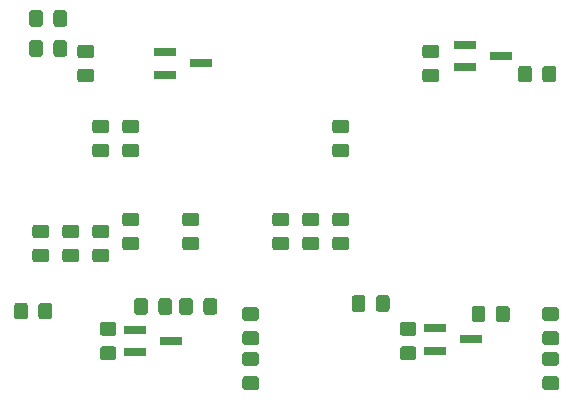
<source format=gbr>
G04 #@! TF.GenerationSoftware,KiCad,Pcbnew,5.1.5-52549c5~86~ubuntu19.04.1*
G04 #@! TF.CreationDate,2020-12-26T14:33:06+01:00*
G04 #@! TF.ProjectId,high-accuracy-logging-volt-ampmeter,68696768-2d61-4636-9375-726163792d6c,v1.0*
G04 #@! TF.SameCoordinates,Original*
G04 #@! TF.FileFunction,Paste,Bot*
G04 #@! TF.FilePolarity,Positive*
%FSLAX46Y46*%
G04 Gerber Fmt 4.6, Leading zero omitted, Abs format (unit mm)*
G04 Created by KiCad (PCBNEW 5.1.5-52549c5~86~ubuntu19.04.1) date 2020-12-26 14:33:06*
%MOMM*%
%LPD*%
G04 APERTURE LIST*
%ADD10R,1.900000X0.800000*%
%ADD11C,0.100000*%
G04 APERTURE END LIST*
D10*
X168505000Y-79375000D03*
X165505000Y-78425000D03*
X165505000Y-80325000D03*
D11*
G36*
X155414505Y-92635204D02*
G01*
X155438773Y-92638804D01*
X155462572Y-92644765D01*
X155485671Y-92653030D01*
X155507850Y-92663520D01*
X155528893Y-92676132D01*
X155548599Y-92690747D01*
X155566777Y-92707223D01*
X155583253Y-92725401D01*
X155597868Y-92745107D01*
X155610480Y-92766150D01*
X155620970Y-92788329D01*
X155629235Y-92811428D01*
X155635196Y-92835227D01*
X155638796Y-92859495D01*
X155640000Y-92883999D01*
X155640000Y-93534001D01*
X155638796Y-93558505D01*
X155635196Y-93582773D01*
X155629235Y-93606572D01*
X155620970Y-93629671D01*
X155610480Y-93651850D01*
X155597868Y-93672893D01*
X155583253Y-93692599D01*
X155566777Y-93710777D01*
X155548599Y-93727253D01*
X155528893Y-93741868D01*
X155507850Y-93754480D01*
X155485671Y-93764970D01*
X155462572Y-93773235D01*
X155438773Y-93779196D01*
X155414505Y-93782796D01*
X155390001Y-93784000D01*
X154489999Y-93784000D01*
X154465495Y-93782796D01*
X154441227Y-93779196D01*
X154417428Y-93773235D01*
X154394329Y-93764970D01*
X154372150Y-93754480D01*
X154351107Y-93741868D01*
X154331401Y-93727253D01*
X154313223Y-93710777D01*
X154296747Y-93692599D01*
X154282132Y-93672893D01*
X154269520Y-93651850D01*
X154259030Y-93629671D01*
X154250765Y-93606572D01*
X154244804Y-93582773D01*
X154241204Y-93558505D01*
X154240000Y-93534001D01*
X154240000Y-92883999D01*
X154241204Y-92859495D01*
X154244804Y-92835227D01*
X154250765Y-92811428D01*
X154259030Y-92788329D01*
X154269520Y-92766150D01*
X154282132Y-92745107D01*
X154296747Y-92725401D01*
X154313223Y-92707223D01*
X154331401Y-92690747D01*
X154351107Y-92676132D01*
X154372150Y-92663520D01*
X154394329Y-92653030D01*
X154417428Y-92644765D01*
X154441227Y-92638804D01*
X154465495Y-92635204D01*
X154489999Y-92634000D01*
X155390001Y-92634000D01*
X155414505Y-92635204D01*
G37*
G36*
X155414505Y-94685204D02*
G01*
X155438773Y-94688804D01*
X155462572Y-94694765D01*
X155485671Y-94703030D01*
X155507850Y-94713520D01*
X155528893Y-94726132D01*
X155548599Y-94740747D01*
X155566777Y-94757223D01*
X155583253Y-94775401D01*
X155597868Y-94795107D01*
X155610480Y-94816150D01*
X155620970Y-94838329D01*
X155629235Y-94861428D01*
X155635196Y-94885227D01*
X155638796Y-94909495D01*
X155640000Y-94933999D01*
X155640000Y-95584001D01*
X155638796Y-95608505D01*
X155635196Y-95632773D01*
X155629235Y-95656572D01*
X155620970Y-95679671D01*
X155610480Y-95701850D01*
X155597868Y-95722893D01*
X155583253Y-95742599D01*
X155566777Y-95760777D01*
X155548599Y-95777253D01*
X155528893Y-95791868D01*
X155507850Y-95804480D01*
X155485671Y-95814970D01*
X155462572Y-95823235D01*
X155438773Y-95829196D01*
X155414505Y-95832796D01*
X155390001Y-95834000D01*
X154489999Y-95834000D01*
X154465495Y-95832796D01*
X154441227Y-95829196D01*
X154417428Y-95823235D01*
X154394329Y-95814970D01*
X154372150Y-95804480D01*
X154351107Y-95791868D01*
X154331401Y-95777253D01*
X154313223Y-95760777D01*
X154296747Y-95742599D01*
X154282132Y-95722893D01*
X154269520Y-95701850D01*
X154259030Y-95679671D01*
X154250765Y-95656572D01*
X154244804Y-95632773D01*
X154241204Y-95608505D01*
X154240000Y-95584001D01*
X154240000Y-94933999D01*
X154241204Y-94909495D01*
X154244804Y-94885227D01*
X154250765Y-94861428D01*
X154259030Y-94838329D01*
X154269520Y-94816150D01*
X154282132Y-94795107D01*
X154296747Y-94775401D01*
X154313223Y-94757223D01*
X154331401Y-94740747D01*
X154351107Y-94726132D01*
X154372150Y-94713520D01*
X154394329Y-94703030D01*
X154417428Y-94694765D01*
X154441227Y-94688804D01*
X154465495Y-94685204D01*
X154489999Y-94684000D01*
X155390001Y-94684000D01*
X155414505Y-94685204D01*
G37*
G36*
X156804505Y-99631204D02*
G01*
X156828773Y-99634804D01*
X156852572Y-99640765D01*
X156875671Y-99649030D01*
X156897850Y-99659520D01*
X156918893Y-99672132D01*
X156938599Y-99686747D01*
X156956777Y-99703223D01*
X156973253Y-99721401D01*
X156987868Y-99741107D01*
X157000480Y-99762150D01*
X157010970Y-99784329D01*
X157019235Y-99807428D01*
X157025196Y-99831227D01*
X157028796Y-99855495D01*
X157030000Y-99879999D01*
X157030000Y-100780001D01*
X157028796Y-100804505D01*
X157025196Y-100828773D01*
X157019235Y-100852572D01*
X157010970Y-100875671D01*
X157000480Y-100897850D01*
X156987868Y-100918893D01*
X156973253Y-100938599D01*
X156956777Y-100956777D01*
X156938599Y-100973253D01*
X156918893Y-100987868D01*
X156897850Y-101000480D01*
X156875671Y-101010970D01*
X156852572Y-101019235D01*
X156828773Y-101025196D01*
X156804505Y-101028796D01*
X156780001Y-101030000D01*
X156129999Y-101030000D01*
X156105495Y-101028796D01*
X156081227Y-101025196D01*
X156057428Y-101019235D01*
X156034329Y-101010970D01*
X156012150Y-101000480D01*
X155991107Y-100987868D01*
X155971401Y-100973253D01*
X155953223Y-100956777D01*
X155936747Y-100938599D01*
X155922132Y-100918893D01*
X155909520Y-100897850D01*
X155899030Y-100875671D01*
X155890765Y-100852572D01*
X155884804Y-100828773D01*
X155881204Y-100804505D01*
X155880000Y-100780001D01*
X155880000Y-99879999D01*
X155881204Y-99855495D01*
X155884804Y-99831227D01*
X155890765Y-99807428D01*
X155899030Y-99784329D01*
X155909520Y-99762150D01*
X155922132Y-99741107D01*
X155936747Y-99721401D01*
X155953223Y-99703223D01*
X155971401Y-99686747D01*
X155991107Y-99672132D01*
X156012150Y-99659520D01*
X156034329Y-99649030D01*
X156057428Y-99640765D01*
X156081227Y-99634804D01*
X156105495Y-99631204D01*
X156129999Y-99630000D01*
X156780001Y-99630000D01*
X156804505Y-99631204D01*
G37*
G36*
X158854505Y-99631204D02*
G01*
X158878773Y-99634804D01*
X158902572Y-99640765D01*
X158925671Y-99649030D01*
X158947850Y-99659520D01*
X158968893Y-99672132D01*
X158988599Y-99686747D01*
X159006777Y-99703223D01*
X159023253Y-99721401D01*
X159037868Y-99741107D01*
X159050480Y-99762150D01*
X159060970Y-99784329D01*
X159069235Y-99807428D01*
X159075196Y-99831227D01*
X159078796Y-99855495D01*
X159080000Y-99879999D01*
X159080000Y-100780001D01*
X159078796Y-100804505D01*
X159075196Y-100828773D01*
X159069235Y-100852572D01*
X159060970Y-100875671D01*
X159050480Y-100897850D01*
X159037868Y-100918893D01*
X159023253Y-100938599D01*
X159006777Y-100956777D01*
X158988599Y-100973253D01*
X158968893Y-100987868D01*
X158947850Y-101000480D01*
X158925671Y-101010970D01*
X158902572Y-101019235D01*
X158878773Y-101025196D01*
X158854505Y-101028796D01*
X158830001Y-101030000D01*
X158179999Y-101030000D01*
X158155495Y-101028796D01*
X158131227Y-101025196D01*
X158107428Y-101019235D01*
X158084329Y-101010970D01*
X158062150Y-101000480D01*
X158041107Y-100987868D01*
X158021401Y-100973253D01*
X158003223Y-100956777D01*
X157986747Y-100938599D01*
X157972132Y-100918893D01*
X157959520Y-100897850D01*
X157949030Y-100875671D01*
X157940765Y-100852572D01*
X157934804Y-100828773D01*
X157931204Y-100804505D01*
X157930000Y-100780001D01*
X157930000Y-99879999D01*
X157931204Y-99855495D01*
X157934804Y-99831227D01*
X157940765Y-99807428D01*
X157949030Y-99784329D01*
X157959520Y-99762150D01*
X157972132Y-99741107D01*
X157986747Y-99721401D01*
X158003223Y-99703223D01*
X158021401Y-99686747D01*
X158041107Y-99672132D01*
X158062150Y-99659520D01*
X158084329Y-99649030D01*
X158107428Y-99640765D01*
X158131227Y-99634804D01*
X158155495Y-99631204D01*
X158179999Y-99630000D01*
X158830001Y-99630000D01*
X158854505Y-99631204D01*
G37*
G36*
X142714505Y-92635204D02*
G01*
X142738773Y-92638804D01*
X142762572Y-92644765D01*
X142785671Y-92653030D01*
X142807850Y-92663520D01*
X142828893Y-92676132D01*
X142848599Y-92690747D01*
X142866777Y-92707223D01*
X142883253Y-92725401D01*
X142897868Y-92745107D01*
X142910480Y-92766150D01*
X142920970Y-92788329D01*
X142929235Y-92811428D01*
X142935196Y-92835227D01*
X142938796Y-92859495D01*
X142940000Y-92883999D01*
X142940000Y-93534001D01*
X142938796Y-93558505D01*
X142935196Y-93582773D01*
X142929235Y-93606572D01*
X142920970Y-93629671D01*
X142910480Y-93651850D01*
X142897868Y-93672893D01*
X142883253Y-93692599D01*
X142866777Y-93710777D01*
X142848599Y-93727253D01*
X142828893Y-93741868D01*
X142807850Y-93754480D01*
X142785671Y-93764970D01*
X142762572Y-93773235D01*
X142738773Y-93779196D01*
X142714505Y-93782796D01*
X142690001Y-93784000D01*
X141789999Y-93784000D01*
X141765495Y-93782796D01*
X141741227Y-93779196D01*
X141717428Y-93773235D01*
X141694329Y-93764970D01*
X141672150Y-93754480D01*
X141651107Y-93741868D01*
X141631401Y-93727253D01*
X141613223Y-93710777D01*
X141596747Y-93692599D01*
X141582132Y-93672893D01*
X141569520Y-93651850D01*
X141559030Y-93629671D01*
X141550765Y-93606572D01*
X141544804Y-93582773D01*
X141541204Y-93558505D01*
X141540000Y-93534001D01*
X141540000Y-92883999D01*
X141541204Y-92859495D01*
X141544804Y-92835227D01*
X141550765Y-92811428D01*
X141559030Y-92788329D01*
X141569520Y-92766150D01*
X141582132Y-92745107D01*
X141596747Y-92725401D01*
X141613223Y-92707223D01*
X141631401Y-92690747D01*
X141651107Y-92676132D01*
X141672150Y-92663520D01*
X141694329Y-92653030D01*
X141717428Y-92644765D01*
X141741227Y-92638804D01*
X141765495Y-92635204D01*
X141789999Y-92634000D01*
X142690001Y-92634000D01*
X142714505Y-92635204D01*
G37*
G36*
X142714505Y-94685204D02*
G01*
X142738773Y-94688804D01*
X142762572Y-94694765D01*
X142785671Y-94703030D01*
X142807850Y-94713520D01*
X142828893Y-94726132D01*
X142848599Y-94740747D01*
X142866777Y-94757223D01*
X142883253Y-94775401D01*
X142897868Y-94795107D01*
X142910480Y-94816150D01*
X142920970Y-94838329D01*
X142929235Y-94861428D01*
X142935196Y-94885227D01*
X142938796Y-94909495D01*
X142940000Y-94933999D01*
X142940000Y-95584001D01*
X142938796Y-95608505D01*
X142935196Y-95632773D01*
X142929235Y-95656572D01*
X142920970Y-95679671D01*
X142910480Y-95701850D01*
X142897868Y-95722893D01*
X142883253Y-95742599D01*
X142866777Y-95760777D01*
X142848599Y-95777253D01*
X142828893Y-95791868D01*
X142807850Y-95804480D01*
X142785671Y-95814970D01*
X142762572Y-95823235D01*
X142738773Y-95829196D01*
X142714505Y-95832796D01*
X142690001Y-95834000D01*
X141789999Y-95834000D01*
X141765495Y-95832796D01*
X141741227Y-95829196D01*
X141717428Y-95823235D01*
X141694329Y-95814970D01*
X141672150Y-95804480D01*
X141651107Y-95791868D01*
X141631401Y-95777253D01*
X141613223Y-95760777D01*
X141596747Y-95742599D01*
X141582132Y-95722893D01*
X141569520Y-95701850D01*
X141559030Y-95679671D01*
X141550765Y-95656572D01*
X141544804Y-95632773D01*
X141541204Y-95608505D01*
X141540000Y-95584001D01*
X141540000Y-94933999D01*
X141541204Y-94909495D01*
X141544804Y-94885227D01*
X141550765Y-94861428D01*
X141559030Y-94838329D01*
X141569520Y-94816150D01*
X141582132Y-94795107D01*
X141596747Y-94775401D01*
X141613223Y-94757223D01*
X141631401Y-94740747D01*
X141651107Y-94726132D01*
X141672150Y-94713520D01*
X141694329Y-94703030D01*
X141717428Y-94694765D01*
X141741227Y-94688804D01*
X141765495Y-94685204D01*
X141789999Y-94684000D01*
X142690001Y-94684000D01*
X142714505Y-94685204D01*
G37*
G36*
X144249505Y-99876204D02*
G01*
X144273773Y-99879804D01*
X144297572Y-99885765D01*
X144320671Y-99894030D01*
X144342850Y-99904520D01*
X144363893Y-99917132D01*
X144383599Y-99931747D01*
X144401777Y-99948223D01*
X144418253Y-99966401D01*
X144432868Y-99986107D01*
X144445480Y-100007150D01*
X144455970Y-100029329D01*
X144464235Y-100052428D01*
X144470196Y-100076227D01*
X144473796Y-100100495D01*
X144475000Y-100124999D01*
X144475000Y-101025001D01*
X144473796Y-101049505D01*
X144470196Y-101073773D01*
X144464235Y-101097572D01*
X144455970Y-101120671D01*
X144445480Y-101142850D01*
X144432868Y-101163893D01*
X144418253Y-101183599D01*
X144401777Y-101201777D01*
X144383599Y-101218253D01*
X144363893Y-101232868D01*
X144342850Y-101245480D01*
X144320671Y-101255970D01*
X144297572Y-101264235D01*
X144273773Y-101270196D01*
X144249505Y-101273796D01*
X144225001Y-101275000D01*
X143574999Y-101275000D01*
X143550495Y-101273796D01*
X143526227Y-101270196D01*
X143502428Y-101264235D01*
X143479329Y-101255970D01*
X143457150Y-101245480D01*
X143436107Y-101232868D01*
X143416401Y-101218253D01*
X143398223Y-101201777D01*
X143381747Y-101183599D01*
X143367132Y-101163893D01*
X143354520Y-101142850D01*
X143344030Y-101120671D01*
X143335765Y-101097572D01*
X143329804Y-101073773D01*
X143326204Y-101049505D01*
X143325000Y-101025001D01*
X143325000Y-100124999D01*
X143326204Y-100100495D01*
X143329804Y-100076227D01*
X143335765Y-100052428D01*
X143344030Y-100029329D01*
X143354520Y-100007150D01*
X143367132Y-99986107D01*
X143381747Y-99966401D01*
X143398223Y-99948223D01*
X143416401Y-99931747D01*
X143436107Y-99917132D01*
X143457150Y-99904520D01*
X143479329Y-99894030D01*
X143502428Y-99885765D01*
X143526227Y-99879804D01*
X143550495Y-99876204D01*
X143574999Y-99875000D01*
X144225001Y-99875000D01*
X144249505Y-99876204D01*
G37*
G36*
X142199505Y-99876204D02*
G01*
X142223773Y-99879804D01*
X142247572Y-99885765D01*
X142270671Y-99894030D01*
X142292850Y-99904520D01*
X142313893Y-99917132D01*
X142333599Y-99931747D01*
X142351777Y-99948223D01*
X142368253Y-99966401D01*
X142382868Y-99986107D01*
X142395480Y-100007150D01*
X142405970Y-100029329D01*
X142414235Y-100052428D01*
X142420196Y-100076227D01*
X142423796Y-100100495D01*
X142425000Y-100124999D01*
X142425000Y-101025001D01*
X142423796Y-101049505D01*
X142420196Y-101073773D01*
X142414235Y-101097572D01*
X142405970Y-101120671D01*
X142395480Y-101142850D01*
X142382868Y-101163893D01*
X142368253Y-101183599D01*
X142351777Y-101201777D01*
X142333599Y-101218253D01*
X142313893Y-101232868D01*
X142292850Y-101245480D01*
X142270671Y-101255970D01*
X142247572Y-101264235D01*
X142223773Y-101270196D01*
X142199505Y-101273796D01*
X142175001Y-101275000D01*
X141524999Y-101275000D01*
X141500495Y-101273796D01*
X141476227Y-101270196D01*
X141452428Y-101264235D01*
X141429329Y-101255970D01*
X141407150Y-101245480D01*
X141386107Y-101232868D01*
X141366401Y-101218253D01*
X141348223Y-101201777D01*
X141331747Y-101183599D01*
X141317132Y-101163893D01*
X141304520Y-101142850D01*
X141294030Y-101120671D01*
X141285765Y-101097572D01*
X141279804Y-101073773D01*
X141276204Y-101049505D01*
X141275000Y-101025001D01*
X141275000Y-100124999D01*
X141276204Y-100100495D01*
X141279804Y-100076227D01*
X141285765Y-100052428D01*
X141294030Y-100029329D01*
X141304520Y-100007150D01*
X141317132Y-99986107D01*
X141331747Y-99966401D01*
X141348223Y-99948223D01*
X141366401Y-99931747D01*
X141386107Y-99917132D01*
X141407150Y-99904520D01*
X141429329Y-99894030D01*
X141452428Y-99885765D01*
X141476227Y-99879804D01*
X141500495Y-99876204D01*
X141524999Y-99875000D01*
X142175001Y-99875000D01*
X142199505Y-99876204D01*
G37*
G36*
X152874505Y-92631504D02*
G01*
X152898773Y-92635104D01*
X152922572Y-92641065D01*
X152945671Y-92649330D01*
X152967850Y-92659820D01*
X152988893Y-92672432D01*
X153008599Y-92687047D01*
X153026777Y-92703523D01*
X153043253Y-92721701D01*
X153057868Y-92741407D01*
X153070480Y-92762450D01*
X153080970Y-92784629D01*
X153089235Y-92807728D01*
X153095196Y-92831527D01*
X153098796Y-92855795D01*
X153100000Y-92880299D01*
X153100000Y-93530301D01*
X153098796Y-93554805D01*
X153095196Y-93579073D01*
X153089235Y-93602872D01*
X153080970Y-93625971D01*
X153070480Y-93648150D01*
X153057868Y-93669193D01*
X153043253Y-93688899D01*
X153026777Y-93707077D01*
X153008599Y-93723553D01*
X152988893Y-93738168D01*
X152967850Y-93750780D01*
X152945671Y-93761270D01*
X152922572Y-93769535D01*
X152898773Y-93775496D01*
X152874505Y-93779096D01*
X152850001Y-93780300D01*
X151949999Y-93780300D01*
X151925495Y-93779096D01*
X151901227Y-93775496D01*
X151877428Y-93769535D01*
X151854329Y-93761270D01*
X151832150Y-93750780D01*
X151811107Y-93738168D01*
X151791401Y-93723553D01*
X151773223Y-93707077D01*
X151756747Y-93688899D01*
X151742132Y-93669193D01*
X151729520Y-93648150D01*
X151719030Y-93625971D01*
X151710765Y-93602872D01*
X151704804Y-93579073D01*
X151701204Y-93554805D01*
X151700000Y-93530301D01*
X151700000Y-92880299D01*
X151701204Y-92855795D01*
X151704804Y-92831527D01*
X151710765Y-92807728D01*
X151719030Y-92784629D01*
X151729520Y-92762450D01*
X151742132Y-92741407D01*
X151756747Y-92721701D01*
X151773223Y-92703523D01*
X151791401Y-92687047D01*
X151811107Y-92672432D01*
X151832150Y-92659820D01*
X151854329Y-92649330D01*
X151877428Y-92641065D01*
X151901227Y-92635104D01*
X151925495Y-92631504D01*
X151949999Y-92630300D01*
X152850001Y-92630300D01*
X152874505Y-92631504D01*
G37*
G36*
X152874505Y-94681504D02*
G01*
X152898773Y-94685104D01*
X152922572Y-94691065D01*
X152945671Y-94699330D01*
X152967850Y-94709820D01*
X152988893Y-94722432D01*
X153008599Y-94737047D01*
X153026777Y-94753523D01*
X153043253Y-94771701D01*
X153057868Y-94791407D01*
X153070480Y-94812450D01*
X153080970Y-94834629D01*
X153089235Y-94857728D01*
X153095196Y-94881527D01*
X153098796Y-94905795D01*
X153100000Y-94930299D01*
X153100000Y-95580301D01*
X153098796Y-95604805D01*
X153095196Y-95629073D01*
X153089235Y-95652872D01*
X153080970Y-95675971D01*
X153070480Y-95698150D01*
X153057868Y-95719193D01*
X153043253Y-95738899D01*
X153026777Y-95757077D01*
X153008599Y-95773553D01*
X152988893Y-95788168D01*
X152967850Y-95800780D01*
X152945671Y-95811270D01*
X152922572Y-95819535D01*
X152898773Y-95825496D01*
X152874505Y-95829096D01*
X152850001Y-95830300D01*
X151949999Y-95830300D01*
X151925495Y-95829096D01*
X151901227Y-95825496D01*
X151877428Y-95819535D01*
X151854329Y-95811270D01*
X151832150Y-95800780D01*
X151811107Y-95788168D01*
X151791401Y-95773553D01*
X151773223Y-95757077D01*
X151756747Y-95738899D01*
X151742132Y-95719193D01*
X151729520Y-95698150D01*
X151719030Y-95675971D01*
X151710765Y-95652872D01*
X151704804Y-95629073D01*
X151701204Y-95604805D01*
X151700000Y-95580301D01*
X151700000Y-94930299D01*
X151701204Y-94905795D01*
X151704804Y-94881527D01*
X151710765Y-94857728D01*
X151719030Y-94834629D01*
X151729520Y-94812450D01*
X151742132Y-94791407D01*
X151756747Y-94771701D01*
X151773223Y-94753523D01*
X151791401Y-94737047D01*
X151811107Y-94722432D01*
X151832150Y-94709820D01*
X151854329Y-94699330D01*
X151877428Y-94691065D01*
X151901227Y-94685104D01*
X151925495Y-94681504D01*
X151949999Y-94680300D01*
X152850001Y-94680300D01*
X152874505Y-94681504D01*
G37*
G36*
X150334505Y-92631504D02*
G01*
X150358773Y-92635104D01*
X150382572Y-92641065D01*
X150405671Y-92649330D01*
X150427850Y-92659820D01*
X150448893Y-92672432D01*
X150468599Y-92687047D01*
X150486777Y-92703523D01*
X150503253Y-92721701D01*
X150517868Y-92741407D01*
X150530480Y-92762450D01*
X150540970Y-92784629D01*
X150549235Y-92807728D01*
X150555196Y-92831527D01*
X150558796Y-92855795D01*
X150560000Y-92880299D01*
X150560000Y-93530301D01*
X150558796Y-93554805D01*
X150555196Y-93579073D01*
X150549235Y-93602872D01*
X150540970Y-93625971D01*
X150530480Y-93648150D01*
X150517868Y-93669193D01*
X150503253Y-93688899D01*
X150486777Y-93707077D01*
X150468599Y-93723553D01*
X150448893Y-93738168D01*
X150427850Y-93750780D01*
X150405671Y-93761270D01*
X150382572Y-93769535D01*
X150358773Y-93775496D01*
X150334505Y-93779096D01*
X150310001Y-93780300D01*
X149409999Y-93780300D01*
X149385495Y-93779096D01*
X149361227Y-93775496D01*
X149337428Y-93769535D01*
X149314329Y-93761270D01*
X149292150Y-93750780D01*
X149271107Y-93738168D01*
X149251401Y-93723553D01*
X149233223Y-93707077D01*
X149216747Y-93688899D01*
X149202132Y-93669193D01*
X149189520Y-93648150D01*
X149179030Y-93625971D01*
X149170765Y-93602872D01*
X149164804Y-93579073D01*
X149161204Y-93554805D01*
X149160000Y-93530301D01*
X149160000Y-92880299D01*
X149161204Y-92855795D01*
X149164804Y-92831527D01*
X149170765Y-92807728D01*
X149179030Y-92784629D01*
X149189520Y-92762450D01*
X149202132Y-92741407D01*
X149216747Y-92721701D01*
X149233223Y-92703523D01*
X149251401Y-92687047D01*
X149271107Y-92672432D01*
X149292150Y-92659820D01*
X149314329Y-92649330D01*
X149337428Y-92641065D01*
X149361227Y-92635104D01*
X149385495Y-92631504D01*
X149409999Y-92630300D01*
X150310001Y-92630300D01*
X150334505Y-92631504D01*
G37*
G36*
X150334505Y-94681504D02*
G01*
X150358773Y-94685104D01*
X150382572Y-94691065D01*
X150405671Y-94699330D01*
X150427850Y-94709820D01*
X150448893Y-94722432D01*
X150468599Y-94737047D01*
X150486777Y-94753523D01*
X150503253Y-94771701D01*
X150517868Y-94791407D01*
X150530480Y-94812450D01*
X150540970Y-94834629D01*
X150549235Y-94857728D01*
X150555196Y-94881527D01*
X150558796Y-94905795D01*
X150560000Y-94930299D01*
X150560000Y-95580301D01*
X150558796Y-95604805D01*
X150555196Y-95629073D01*
X150549235Y-95652872D01*
X150540970Y-95675971D01*
X150530480Y-95698150D01*
X150517868Y-95719193D01*
X150503253Y-95738899D01*
X150486777Y-95757077D01*
X150468599Y-95773553D01*
X150448893Y-95788168D01*
X150427850Y-95800780D01*
X150405671Y-95811270D01*
X150382572Y-95819535D01*
X150358773Y-95825496D01*
X150334505Y-95829096D01*
X150310001Y-95830300D01*
X149409999Y-95830300D01*
X149385495Y-95829096D01*
X149361227Y-95825496D01*
X149337428Y-95819535D01*
X149314329Y-95811270D01*
X149292150Y-95800780D01*
X149271107Y-95788168D01*
X149251401Y-95773553D01*
X149233223Y-95757077D01*
X149216747Y-95738899D01*
X149202132Y-95719193D01*
X149189520Y-95698150D01*
X149179030Y-95675971D01*
X149170765Y-95652872D01*
X149164804Y-95629073D01*
X149161204Y-95604805D01*
X149160000Y-95580301D01*
X149160000Y-94930299D01*
X149161204Y-94905795D01*
X149164804Y-94881527D01*
X149170765Y-94857728D01*
X149179030Y-94834629D01*
X149189520Y-94812450D01*
X149202132Y-94791407D01*
X149216747Y-94771701D01*
X149233223Y-94753523D01*
X149251401Y-94737047D01*
X149271107Y-94722432D01*
X149292150Y-94709820D01*
X149314329Y-94699330D01*
X149337428Y-94691065D01*
X149361227Y-94685104D01*
X149385495Y-94681504D01*
X149409999Y-94680300D01*
X150310001Y-94680300D01*
X150334505Y-94681504D01*
G37*
G36*
X131549505Y-75501204D02*
G01*
X131573773Y-75504804D01*
X131597572Y-75510765D01*
X131620671Y-75519030D01*
X131642850Y-75529520D01*
X131663893Y-75542132D01*
X131683599Y-75556747D01*
X131701777Y-75573223D01*
X131718253Y-75591401D01*
X131732868Y-75611107D01*
X131745480Y-75632150D01*
X131755970Y-75654329D01*
X131764235Y-75677428D01*
X131770196Y-75701227D01*
X131773796Y-75725495D01*
X131775000Y-75749999D01*
X131775000Y-76650001D01*
X131773796Y-76674505D01*
X131770196Y-76698773D01*
X131764235Y-76722572D01*
X131755970Y-76745671D01*
X131745480Y-76767850D01*
X131732868Y-76788893D01*
X131718253Y-76808599D01*
X131701777Y-76826777D01*
X131683599Y-76843253D01*
X131663893Y-76857868D01*
X131642850Y-76870480D01*
X131620671Y-76880970D01*
X131597572Y-76889235D01*
X131573773Y-76895196D01*
X131549505Y-76898796D01*
X131525001Y-76900000D01*
X130874999Y-76900000D01*
X130850495Y-76898796D01*
X130826227Y-76895196D01*
X130802428Y-76889235D01*
X130779329Y-76880970D01*
X130757150Y-76870480D01*
X130736107Y-76857868D01*
X130716401Y-76843253D01*
X130698223Y-76826777D01*
X130681747Y-76808599D01*
X130667132Y-76788893D01*
X130654520Y-76767850D01*
X130644030Y-76745671D01*
X130635765Y-76722572D01*
X130629804Y-76698773D01*
X130626204Y-76674505D01*
X130625000Y-76650001D01*
X130625000Y-75749999D01*
X130626204Y-75725495D01*
X130629804Y-75701227D01*
X130635765Y-75677428D01*
X130644030Y-75654329D01*
X130654520Y-75632150D01*
X130667132Y-75611107D01*
X130681747Y-75591401D01*
X130698223Y-75573223D01*
X130716401Y-75556747D01*
X130736107Y-75542132D01*
X130757150Y-75529520D01*
X130779329Y-75519030D01*
X130802428Y-75510765D01*
X130826227Y-75504804D01*
X130850495Y-75501204D01*
X130874999Y-75500000D01*
X131525001Y-75500000D01*
X131549505Y-75501204D01*
G37*
G36*
X129499505Y-75501204D02*
G01*
X129523773Y-75504804D01*
X129547572Y-75510765D01*
X129570671Y-75519030D01*
X129592850Y-75529520D01*
X129613893Y-75542132D01*
X129633599Y-75556747D01*
X129651777Y-75573223D01*
X129668253Y-75591401D01*
X129682868Y-75611107D01*
X129695480Y-75632150D01*
X129705970Y-75654329D01*
X129714235Y-75677428D01*
X129720196Y-75701227D01*
X129723796Y-75725495D01*
X129725000Y-75749999D01*
X129725000Y-76650001D01*
X129723796Y-76674505D01*
X129720196Y-76698773D01*
X129714235Y-76722572D01*
X129705970Y-76745671D01*
X129695480Y-76767850D01*
X129682868Y-76788893D01*
X129668253Y-76808599D01*
X129651777Y-76826777D01*
X129633599Y-76843253D01*
X129613893Y-76857868D01*
X129592850Y-76870480D01*
X129570671Y-76880970D01*
X129547572Y-76889235D01*
X129523773Y-76895196D01*
X129499505Y-76898796D01*
X129475001Y-76900000D01*
X128824999Y-76900000D01*
X128800495Y-76898796D01*
X128776227Y-76895196D01*
X128752428Y-76889235D01*
X128729329Y-76880970D01*
X128707150Y-76870480D01*
X128686107Y-76857868D01*
X128666401Y-76843253D01*
X128648223Y-76826777D01*
X128631747Y-76808599D01*
X128617132Y-76788893D01*
X128604520Y-76767850D01*
X128594030Y-76745671D01*
X128585765Y-76722572D01*
X128579804Y-76698773D01*
X128576204Y-76674505D01*
X128575000Y-76650001D01*
X128575000Y-75749999D01*
X128576204Y-75725495D01*
X128579804Y-75701227D01*
X128585765Y-75677428D01*
X128594030Y-75654329D01*
X128604520Y-75632150D01*
X128617132Y-75611107D01*
X128631747Y-75591401D01*
X128648223Y-75573223D01*
X128666401Y-75556747D01*
X128686107Y-75542132D01*
X128707150Y-75529520D01*
X128729329Y-75519030D01*
X128752428Y-75510765D01*
X128776227Y-75504804D01*
X128800495Y-75501204D01*
X128824999Y-75500000D01*
X129475001Y-75500000D01*
X129499505Y-75501204D01*
G37*
G36*
X163034505Y-78411204D02*
G01*
X163058773Y-78414804D01*
X163082572Y-78420765D01*
X163105671Y-78429030D01*
X163127850Y-78439520D01*
X163148893Y-78452132D01*
X163168599Y-78466747D01*
X163186777Y-78483223D01*
X163203253Y-78501401D01*
X163217868Y-78521107D01*
X163230480Y-78542150D01*
X163240970Y-78564329D01*
X163249235Y-78587428D01*
X163255196Y-78611227D01*
X163258796Y-78635495D01*
X163260000Y-78659999D01*
X163260000Y-79310001D01*
X163258796Y-79334505D01*
X163255196Y-79358773D01*
X163249235Y-79382572D01*
X163240970Y-79405671D01*
X163230480Y-79427850D01*
X163217868Y-79448893D01*
X163203253Y-79468599D01*
X163186777Y-79486777D01*
X163168599Y-79503253D01*
X163148893Y-79517868D01*
X163127850Y-79530480D01*
X163105671Y-79540970D01*
X163082572Y-79549235D01*
X163058773Y-79555196D01*
X163034505Y-79558796D01*
X163010001Y-79560000D01*
X162109999Y-79560000D01*
X162085495Y-79558796D01*
X162061227Y-79555196D01*
X162037428Y-79549235D01*
X162014329Y-79540970D01*
X161992150Y-79530480D01*
X161971107Y-79517868D01*
X161951401Y-79503253D01*
X161933223Y-79486777D01*
X161916747Y-79468599D01*
X161902132Y-79448893D01*
X161889520Y-79427850D01*
X161879030Y-79405671D01*
X161870765Y-79382572D01*
X161864804Y-79358773D01*
X161861204Y-79334505D01*
X161860000Y-79310001D01*
X161860000Y-78659999D01*
X161861204Y-78635495D01*
X161864804Y-78611227D01*
X161870765Y-78587428D01*
X161879030Y-78564329D01*
X161889520Y-78542150D01*
X161902132Y-78521107D01*
X161916747Y-78501401D01*
X161933223Y-78483223D01*
X161951401Y-78466747D01*
X161971107Y-78452132D01*
X161992150Y-78439520D01*
X162014329Y-78429030D01*
X162037428Y-78420765D01*
X162061227Y-78414804D01*
X162085495Y-78411204D01*
X162109999Y-78410000D01*
X163010001Y-78410000D01*
X163034505Y-78411204D01*
G37*
G36*
X163034505Y-80461204D02*
G01*
X163058773Y-80464804D01*
X163082572Y-80470765D01*
X163105671Y-80479030D01*
X163127850Y-80489520D01*
X163148893Y-80502132D01*
X163168599Y-80516747D01*
X163186777Y-80533223D01*
X163203253Y-80551401D01*
X163217868Y-80571107D01*
X163230480Y-80592150D01*
X163240970Y-80614329D01*
X163249235Y-80637428D01*
X163255196Y-80661227D01*
X163258796Y-80685495D01*
X163260000Y-80709999D01*
X163260000Y-81360001D01*
X163258796Y-81384505D01*
X163255196Y-81408773D01*
X163249235Y-81432572D01*
X163240970Y-81455671D01*
X163230480Y-81477850D01*
X163217868Y-81498893D01*
X163203253Y-81518599D01*
X163186777Y-81536777D01*
X163168599Y-81553253D01*
X163148893Y-81567868D01*
X163127850Y-81580480D01*
X163105671Y-81590970D01*
X163082572Y-81599235D01*
X163058773Y-81605196D01*
X163034505Y-81608796D01*
X163010001Y-81610000D01*
X162109999Y-81610000D01*
X162085495Y-81608796D01*
X162061227Y-81605196D01*
X162037428Y-81599235D01*
X162014329Y-81590970D01*
X161992150Y-81580480D01*
X161971107Y-81567868D01*
X161951401Y-81553253D01*
X161933223Y-81536777D01*
X161916747Y-81518599D01*
X161902132Y-81498893D01*
X161889520Y-81477850D01*
X161879030Y-81455671D01*
X161870765Y-81432572D01*
X161864804Y-81408773D01*
X161861204Y-81384505D01*
X161860000Y-81360001D01*
X161860000Y-80709999D01*
X161861204Y-80685495D01*
X161864804Y-80661227D01*
X161870765Y-80637428D01*
X161879030Y-80614329D01*
X161889520Y-80592150D01*
X161902132Y-80571107D01*
X161916747Y-80551401D01*
X161933223Y-80533223D01*
X161951401Y-80516747D01*
X161971107Y-80502132D01*
X161992150Y-80489520D01*
X162014329Y-80479030D01*
X162037428Y-80470765D01*
X162061227Y-80464804D01*
X162085495Y-80461204D01*
X162109999Y-80460000D01*
X163010001Y-80460000D01*
X163034505Y-80461204D01*
G37*
G36*
X133824505Y-78411204D02*
G01*
X133848773Y-78414804D01*
X133872572Y-78420765D01*
X133895671Y-78429030D01*
X133917850Y-78439520D01*
X133938893Y-78452132D01*
X133958599Y-78466747D01*
X133976777Y-78483223D01*
X133993253Y-78501401D01*
X134007868Y-78521107D01*
X134020480Y-78542150D01*
X134030970Y-78564329D01*
X134039235Y-78587428D01*
X134045196Y-78611227D01*
X134048796Y-78635495D01*
X134050000Y-78659999D01*
X134050000Y-79310001D01*
X134048796Y-79334505D01*
X134045196Y-79358773D01*
X134039235Y-79382572D01*
X134030970Y-79405671D01*
X134020480Y-79427850D01*
X134007868Y-79448893D01*
X133993253Y-79468599D01*
X133976777Y-79486777D01*
X133958599Y-79503253D01*
X133938893Y-79517868D01*
X133917850Y-79530480D01*
X133895671Y-79540970D01*
X133872572Y-79549235D01*
X133848773Y-79555196D01*
X133824505Y-79558796D01*
X133800001Y-79560000D01*
X132899999Y-79560000D01*
X132875495Y-79558796D01*
X132851227Y-79555196D01*
X132827428Y-79549235D01*
X132804329Y-79540970D01*
X132782150Y-79530480D01*
X132761107Y-79517868D01*
X132741401Y-79503253D01*
X132723223Y-79486777D01*
X132706747Y-79468599D01*
X132692132Y-79448893D01*
X132679520Y-79427850D01*
X132669030Y-79405671D01*
X132660765Y-79382572D01*
X132654804Y-79358773D01*
X132651204Y-79334505D01*
X132650000Y-79310001D01*
X132650000Y-78659999D01*
X132651204Y-78635495D01*
X132654804Y-78611227D01*
X132660765Y-78587428D01*
X132669030Y-78564329D01*
X132679520Y-78542150D01*
X132692132Y-78521107D01*
X132706747Y-78501401D01*
X132723223Y-78483223D01*
X132741401Y-78466747D01*
X132761107Y-78452132D01*
X132782150Y-78439520D01*
X132804329Y-78429030D01*
X132827428Y-78420765D01*
X132851227Y-78414804D01*
X132875495Y-78411204D01*
X132899999Y-78410000D01*
X133800001Y-78410000D01*
X133824505Y-78411204D01*
G37*
G36*
X133824505Y-80461204D02*
G01*
X133848773Y-80464804D01*
X133872572Y-80470765D01*
X133895671Y-80479030D01*
X133917850Y-80489520D01*
X133938893Y-80502132D01*
X133958599Y-80516747D01*
X133976777Y-80533223D01*
X133993253Y-80551401D01*
X134007868Y-80571107D01*
X134020480Y-80592150D01*
X134030970Y-80614329D01*
X134039235Y-80637428D01*
X134045196Y-80661227D01*
X134048796Y-80685495D01*
X134050000Y-80709999D01*
X134050000Y-81360001D01*
X134048796Y-81384505D01*
X134045196Y-81408773D01*
X134039235Y-81432572D01*
X134030970Y-81455671D01*
X134020480Y-81477850D01*
X134007868Y-81498893D01*
X133993253Y-81518599D01*
X133976777Y-81536777D01*
X133958599Y-81553253D01*
X133938893Y-81567868D01*
X133917850Y-81580480D01*
X133895671Y-81590970D01*
X133872572Y-81599235D01*
X133848773Y-81605196D01*
X133824505Y-81608796D01*
X133800001Y-81610000D01*
X132899999Y-81610000D01*
X132875495Y-81608796D01*
X132851227Y-81605196D01*
X132827428Y-81599235D01*
X132804329Y-81590970D01*
X132782150Y-81580480D01*
X132761107Y-81567868D01*
X132741401Y-81553253D01*
X132723223Y-81536777D01*
X132706747Y-81518599D01*
X132692132Y-81498893D01*
X132679520Y-81477850D01*
X132669030Y-81455671D01*
X132660765Y-81432572D01*
X132654804Y-81408773D01*
X132651204Y-81384505D01*
X132650000Y-81360001D01*
X132650000Y-80709999D01*
X132651204Y-80685495D01*
X132654804Y-80661227D01*
X132660765Y-80637428D01*
X132669030Y-80614329D01*
X132679520Y-80592150D01*
X132692132Y-80571107D01*
X132706747Y-80551401D01*
X132723223Y-80533223D01*
X132741401Y-80516747D01*
X132761107Y-80502132D01*
X132782150Y-80489520D01*
X132804329Y-80479030D01*
X132827428Y-80470765D01*
X132851227Y-80464804D01*
X132875495Y-80461204D01*
X132899999Y-80460000D01*
X133800001Y-80460000D01*
X133824505Y-80461204D01*
G37*
G36*
X128229505Y-100266204D02*
G01*
X128253773Y-100269804D01*
X128277572Y-100275765D01*
X128300671Y-100284030D01*
X128322850Y-100294520D01*
X128343893Y-100307132D01*
X128363599Y-100321747D01*
X128381777Y-100338223D01*
X128398253Y-100356401D01*
X128412868Y-100376107D01*
X128425480Y-100397150D01*
X128435970Y-100419329D01*
X128444235Y-100442428D01*
X128450196Y-100466227D01*
X128453796Y-100490495D01*
X128455000Y-100514999D01*
X128455000Y-101415001D01*
X128453796Y-101439505D01*
X128450196Y-101463773D01*
X128444235Y-101487572D01*
X128435970Y-101510671D01*
X128425480Y-101532850D01*
X128412868Y-101553893D01*
X128398253Y-101573599D01*
X128381777Y-101591777D01*
X128363599Y-101608253D01*
X128343893Y-101622868D01*
X128322850Y-101635480D01*
X128300671Y-101645970D01*
X128277572Y-101654235D01*
X128253773Y-101660196D01*
X128229505Y-101663796D01*
X128205001Y-101665000D01*
X127554999Y-101665000D01*
X127530495Y-101663796D01*
X127506227Y-101660196D01*
X127482428Y-101654235D01*
X127459329Y-101645970D01*
X127437150Y-101635480D01*
X127416107Y-101622868D01*
X127396401Y-101608253D01*
X127378223Y-101591777D01*
X127361747Y-101573599D01*
X127347132Y-101553893D01*
X127334520Y-101532850D01*
X127324030Y-101510671D01*
X127315765Y-101487572D01*
X127309804Y-101463773D01*
X127306204Y-101439505D01*
X127305000Y-101415001D01*
X127305000Y-100514999D01*
X127306204Y-100490495D01*
X127309804Y-100466227D01*
X127315765Y-100442428D01*
X127324030Y-100419329D01*
X127334520Y-100397150D01*
X127347132Y-100376107D01*
X127361747Y-100356401D01*
X127378223Y-100338223D01*
X127396401Y-100321747D01*
X127416107Y-100307132D01*
X127437150Y-100294520D01*
X127459329Y-100284030D01*
X127482428Y-100275765D01*
X127506227Y-100269804D01*
X127530495Y-100266204D01*
X127554999Y-100265000D01*
X128205001Y-100265000D01*
X128229505Y-100266204D01*
G37*
G36*
X130279505Y-100266204D02*
G01*
X130303773Y-100269804D01*
X130327572Y-100275765D01*
X130350671Y-100284030D01*
X130372850Y-100294520D01*
X130393893Y-100307132D01*
X130413599Y-100321747D01*
X130431777Y-100338223D01*
X130448253Y-100356401D01*
X130462868Y-100376107D01*
X130475480Y-100397150D01*
X130485970Y-100419329D01*
X130494235Y-100442428D01*
X130500196Y-100466227D01*
X130503796Y-100490495D01*
X130505000Y-100514999D01*
X130505000Y-101415001D01*
X130503796Y-101439505D01*
X130500196Y-101463773D01*
X130494235Y-101487572D01*
X130485970Y-101510671D01*
X130475480Y-101532850D01*
X130462868Y-101553893D01*
X130448253Y-101573599D01*
X130431777Y-101591777D01*
X130413599Y-101608253D01*
X130393893Y-101622868D01*
X130372850Y-101635480D01*
X130350671Y-101645970D01*
X130327572Y-101654235D01*
X130303773Y-101660196D01*
X130279505Y-101663796D01*
X130255001Y-101665000D01*
X129604999Y-101665000D01*
X129580495Y-101663796D01*
X129556227Y-101660196D01*
X129532428Y-101654235D01*
X129509329Y-101645970D01*
X129487150Y-101635480D01*
X129466107Y-101622868D01*
X129446401Y-101608253D01*
X129428223Y-101591777D01*
X129411747Y-101573599D01*
X129397132Y-101553893D01*
X129384520Y-101532850D01*
X129374030Y-101510671D01*
X129365765Y-101487572D01*
X129359804Y-101463773D01*
X129356204Y-101439505D01*
X129355000Y-101415001D01*
X129355000Y-100514999D01*
X129356204Y-100490495D01*
X129359804Y-100466227D01*
X129365765Y-100442428D01*
X129374030Y-100419329D01*
X129384520Y-100397150D01*
X129397132Y-100376107D01*
X129411747Y-100356401D01*
X129428223Y-100338223D01*
X129446401Y-100321747D01*
X129466107Y-100307132D01*
X129487150Y-100294520D01*
X129509329Y-100284030D01*
X129532428Y-100275765D01*
X129556227Y-100269804D01*
X129580495Y-100266204D01*
X129604999Y-100265000D01*
X130255001Y-100265000D01*
X130279505Y-100266204D01*
G37*
G36*
X137634505Y-92635204D02*
G01*
X137658773Y-92638804D01*
X137682572Y-92644765D01*
X137705671Y-92653030D01*
X137727850Y-92663520D01*
X137748893Y-92676132D01*
X137768599Y-92690747D01*
X137786777Y-92707223D01*
X137803253Y-92725401D01*
X137817868Y-92745107D01*
X137830480Y-92766150D01*
X137840970Y-92788329D01*
X137849235Y-92811428D01*
X137855196Y-92835227D01*
X137858796Y-92859495D01*
X137860000Y-92883999D01*
X137860000Y-93534001D01*
X137858796Y-93558505D01*
X137855196Y-93582773D01*
X137849235Y-93606572D01*
X137840970Y-93629671D01*
X137830480Y-93651850D01*
X137817868Y-93672893D01*
X137803253Y-93692599D01*
X137786777Y-93710777D01*
X137768599Y-93727253D01*
X137748893Y-93741868D01*
X137727850Y-93754480D01*
X137705671Y-93764970D01*
X137682572Y-93773235D01*
X137658773Y-93779196D01*
X137634505Y-93782796D01*
X137610001Y-93784000D01*
X136709999Y-93784000D01*
X136685495Y-93782796D01*
X136661227Y-93779196D01*
X136637428Y-93773235D01*
X136614329Y-93764970D01*
X136592150Y-93754480D01*
X136571107Y-93741868D01*
X136551401Y-93727253D01*
X136533223Y-93710777D01*
X136516747Y-93692599D01*
X136502132Y-93672893D01*
X136489520Y-93651850D01*
X136479030Y-93629671D01*
X136470765Y-93606572D01*
X136464804Y-93582773D01*
X136461204Y-93558505D01*
X136460000Y-93534001D01*
X136460000Y-92883999D01*
X136461204Y-92859495D01*
X136464804Y-92835227D01*
X136470765Y-92811428D01*
X136479030Y-92788329D01*
X136489520Y-92766150D01*
X136502132Y-92745107D01*
X136516747Y-92725401D01*
X136533223Y-92707223D01*
X136551401Y-92690747D01*
X136571107Y-92676132D01*
X136592150Y-92663520D01*
X136614329Y-92653030D01*
X136637428Y-92644765D01*
X136661227Y-92638804D01*
X136685495Y-92635204D01*
X136709999Y-92634000D01*
X137610001Y-92634000D01*
X137634505Y-92635204D01*
G37*
G36*
X137634505Y-94685204D02*
G01*
X137658773Y-94688804D01*
X137682572Y-94694765D01*
X137705671Y-94703030D01*
X137727850Y-94713520D01*
X137748893Y-94726132D01*
X137768599Y-94740747D01*
X137786777Y-94757223D01*
X137803253Y-94775401D01*
X137817868Y-94795107D01*
X137830480Y-94816150D01*
X137840970Y-94838329D01*
X137849235Y-94861428D01*
X137855196Y-94885227D01*
X137858796Y-94909495D01*
X137860000Y-94933999D01*
X137860000Y-95584001D01*
X137858796Y-95608505D01*
X137855196Y-95632773D01*
X137849235Y-95656572D01*
X137840970Y-95679671D01*
X137830480Y-95701850D01*
X137817868Y-95722893D01*
X137803253Y-95742599D01*
X137786777Y-95760777D01*
X137768599Y-95777253D01*
X137748893Y-95791868D01*
X137727850Y-95804480D01*
X137705671Y-95814970D01*
X137682572Y-95823235D01*
X137658773Y-95829196D01*
X137634505Y-95832796D01*
X137610001Y-95834000D01*
X136709999Y-95834000D01*
X136685495Y-95832796D01*
X136661227Y-95829196D01*
X136637428Y-95823235D01*
X136614329Y-95814970D01*
X136592150Y-95804480D01*
X136571107Y-95791868D01*
X136551401Y-95777253D01*
X136533223Y-95760777D01*
X136516747Y-95742599D01*
X136502132Y-95722893D01*
X136489520Y-95701850D01*
X136479030Y-95679671D01*
X136470765Y-95656572D01*
X136464804Y-95632773D01*
X136461204Y-95608505D01*
X136460000Y-95584001D01*
X136460000Y-94933999D01*
X136461204Y-94909495D01*
X136464804Y-94885227D01*
X136470765Y-94861428D01*
X136479030Y-94838329D01*
X136489520Y-94816150D01*
X136502132Y-94795107D01*
X136516747Y-94775401D01*
X136533223Y-94757223D01*
X136551401Y-94740747D01*
X136571107Y-94726132D01*
X136592150Y-94713520D01*
X136614329Y-94703030D01*
X136637428Y-94694765D01*
X136661227Y-94688804D01*
X136685495Y-94685204D01*
X136709999Y-94684000D01*
X137610001Y-94684000D01*
X137634505Y-94685204D01*
G37*
G36*
X130014505Y-95701204D02*
G01*
X130038773Y-95704804D01*
X130062572Y-95710765D01*
X130085671Y-95719030D01*
X130107850Y-95729520D01*
X130128893Y-95742132D01*
X130148599Y-95756747D01*
X130166777Y-95773223D01*
X130183253Y-95791401D01*
X130197868Y-95811107D01*
X130210480Y-95832150D01*
X130220970Y-95854329D01*
X130229235Y-95877428D01*
X130235196Y-95901227D01*
X130238796Y-95925495D01*
X130240000Y-95949999D01*
X130240000Y-96600001D01*
X130238796Y-96624505D01*
X130235196Y-96648773D01*
X130229235Y-96672572D01*
X130220970Y-96695671D01*
X130210480Y-96717850D01*
X130197868Y-96738893D01*
X130183253Y-96758599D01*
X130166777Y-96776777D01*
X130148599Y-96793253D01*
X130128893Y-96807868D01*
X130107850Y-96820480D01*
X130085671Y-96830970D01*
X130062572Y-96839235D01*
X130038773Y-96845196D01*
X130014505Y-96848796D01*
X129990001Y-96850000D01*
X129089999Y-96850000D01*
X129065495Y-96848796D01*
X129041227Y-96845196D01*
X129017428Y-96839235D01*
X128994329Y-96830970D01*
X128972150Y-96820480D01*
X128951107Y-96807868D01*
X128931401Y-96793253D01*
X128913223Y-96776777D01*
X128896747Y-96758599D01*
X128882132Y-96738893D01*
X128869520Y-96717850D01*
X128859030Y-96695671D01*
X128850765Y-96672572D01*
X128844804Y-96648773D01*
X128841204Y-96624505D01*
X128840000Y-96600001D01*
X128840000Y-95949999D01*
X128841204Y-95925495D01*
X128844804Y-95901227D01*
X128850765Y-95877428D01*
X128859030Y-95854329D01*
X128869520Y-95832150D01*
X128882132Y-95811107D01*
X128896747Y-95791401D01*
X128913223Y-95773223D01*
X128931401Y-95756747D01*
X128951107Y-95742132D01*
X128972150Y-95729520D01*
X128994329Y-95719030D01*
X129017428Y-95710765D01*
X129041227Y-95704804D01*
X129065495Y-95701204D01*
X129089999Y-95700000D01*
X129990001Y-95700000D01*
X130014505Y-95701204D01*
G37*
G36*
X130014505Y-93651204D02*
G01*
X130038773Y-93654804D01*
X130062572Y-93660765D01*
X130085671Y-93669030D01*
X130107850Y-93679520D01*
X130128893Y-93692132D01*
X130148599Y-93706747D01*
X130166777Y-93723223D01*
X130183253Y-93741401D01*
X130197868Y-93761107D01*
X130210480Y-93782150D01*
X130220970Y-93804329D01*
X130229235Y-93827428D01*
X130235196Y-93851227D01*
X130238796Y-93875495D01*
X130240000Y-93899999D01*
X130240000Y-94550001D01*
X130238796Y-94574505D01*
X130235196Y-94598773D01*
X130229235Y-94622572D01*
X130220970Y-94645671D01*
X130210480Y-94667850D01*
X130197868Y-94688893D01*
X130183253Y-94708599D01*
X130166777Y-94726777D01*
X130148599Y-94743253D01*
X130128893Y-94757868D01*
X130107850Y-94770480D01*
X130085671Y-94780970D01*
X130062572Y-94789235D01*
X130038773Y-94795196D01*
X130014505Y-94798796D01*
X129990001Y-94800000D01*
X129089999Y-94800000D01*
X129065495Y-94798796D01*
X129041227Y-94795196D01*
X129017428Y-94789235D01*
X128994329Y-94780970D01*
X128972150Y-94770480D01*
X128951107Y-94757868D01*
X128931401Y-94743253D01*
X128913223Y-94726777D01*
X128896747Y-94708599D01*
X128882132Y-94688893D01*
X128869520Y-94667850D01*
X128859030Y-94645671D01*
X128850765Y-94622572D01*
X128844804Y-94598773D01*
X128841204Y-94574505D01*
X128840000Y-94550001D01*
X128840000Y-93899999D01*
X128841204Y-93875495D01*
X128844804Y-93851227D01*
X128850765Y-93827428D01*
X128859030Y-93804329D01*
X128869520Y-93782150D01*
X128882132Y-93761107D01*
X128896747Y-93741401D01*
X128913223Y-93723223D01*
X128931401Y-93706747D01*
X128951107Y-93692132D01*
X128972150Y-93679520D01*
X128994329Y-93669030D01*
X129017428Y-93660765D01*
X129041227Y-93654804D01*
X129065495Y-93651204D01*
X129089999Y-93650000D01*
X129990001Y-93650000D01*
X130014505Y-93651204D01*
G37*
G36*
X135094505Y-93651204D02*
G01*
X135118773Y-93654804D01*
X135142572Y-93660765D01*
X135165671Y-93669030D01*
X135187850Y-93679520D01*
X135208893Y-93692132D01*
X135228599Y-93706747D01*
X135246777Y-93723223D01*
X135263253Y-93741401D01*
X135277868Y-93761107D01*
X135290480Y-93782150D01*
X135300970Y-93804329D01*
X135309235Y-93827428D01*
X135315196Y-93851227D01*
X135318796Y-93875495D01*
X135320000Y-93899999D01*
X135320000Y-94550001D01*
X135318796Y-94574505D01*
X135315196Y-94598773D01*
X135309235Y-94622572D01*
X135300970Y-94645671D01*
X135290480Y-94667850D01*
X135277868Y-94688893D01*
X135263253Y-94708599D01*
X135246777Y-94726777D01*
X135228599Y-94743253D01*
X135208893Y-94757868D01*
X135187850Y-94770480D01*
X135165671Y-94780970D01*
X135142572Y-94789235D01*
X135118773Y-94795196D01*
X135094505Y-94798796D01*
X135070001Y-94800000D01*
X134169999Y-94800000D01*
X134145495Y-94798796D01*
X134121227Y-94795196D01*
X134097428Y-94789235D01*
X134074329Y-94780970D01*
X134052150Y-94770480D01*
X134031107Y-94757868D01*
X134011401Y-94743253D01*
X133993223Y-94726777D01*
X133976747Y-94708599D01*
X133962132Y-94688893D01*
X133949520Y-94667850D01*
X133939030Y-94645671D01*
X133930765Y-94622572D01*
X133924804Y-94598773D01*
X133921204Y-94574505D01*
X133920000Y-94550001D01*
X133920000Y-93899999D01*
X133921204Y-93875495D01*
X133924804Y-93851227D01*
X133930765Y-93827428D01*
X133939030Y-93804329D01*
X133949520Y-93782150D01*
X133962132Y-93761107D01*
X133976747Y-93741401D01*
X133993223Y-93723223D01*
X134011401Y-93706747D01*
X134031107Y-93692132D01*
X134052150Y-93679520D01*
X134074329Y-93669030D01*
X134097428Y-93660765D01*
X134121227Y-93654804D01*
X134145495Y-93651204D01*
X134169999Y-93650000D01*
X135070001Y-93650000D01*
X135094505Y-93651204D01*
G37*
G36*
X135094505Y-95701204D02*
G01*
X135118773Y-95704804D01*
X135142572Y-95710765D01*
X135165671Y-95719030D01*
X135187850Y-95729520D01*
X135208893Y-95742132D01*
X135228599Y-95756747D01*
X135246777Y-95773223D01*
X135263253Y-95791401D01*
X135277868Y-95811107D01*
X135290480Y-95832150D01*
X135300970Y-95854329D01*
X135309235Y-95877428D01*
X135315196Y-95901227D01*
X135318796Y-95925495D01*
X135320000Y-95949999D01*
X135320000Y-96600001D01*
X135318796Y-96624505D01*
X135315196Y-96648773D01*
X135309235Y-96672572D01*
X135300970Y-96695671D01*
X135290480Y-96717850D01*
X135277868Y-96738893D01*
X135263253Y-96758599D01*
X135246777Y-96776777D01*
X135228599Y-96793253D01*
X135208893Y-96807868D01*
X135187850Y-96820480D01*
X135165671Y-96830970D01*
X135142572Y-96839235D01*
X135118773Y-96845196D01*
X135094505Y-96848796D01*
X135070001Y-96850000D01*
X134169999Y-96850000D01*
X134145495Y-96848796D01*
X134121227Y-96845196D01*
X134097428Y-96839235D01*
X134074329Y-96830970D01*
X134052150Y-96820480D01*
X134031107Y-96807868D01*
X134011401Y-96793253D01*
X133993223Y-96776777D01*
X133976747Y-96758599D01*
X133962132Y-96738893D01*
X133949520Y-96717850D01*
X133939030Y-96695671D01*
X133930765Y-96672572D01*
X133924804Y-96648773D01*
X133921204Y-96624505D01*
X133920000Y-96600001D01*
X133920000Y-95949999D01*
X133921204Y-95925495D01*
X133924804Y-95901227D01*
X133930765Y-95877428D01*
X133939030Y-95854329D01*
X133949520Y-95832150D01*
X133962132Y-95811107D01*
X133976747Y-95791401D01*
X133993223Y-95773223D01*
X134011401Y-95756747D01*
X134031107Y-95742132D01*
X134052150Y-95729520D01*
X134074329Y-95719030D01*
X134097428Y-95710765D01*
X134121227Y-95704804D01*
X134145495Y-95701204D01*
X134169999Y-95700000D01*
X135070001Y-95700000D01*
X135094505Y-95701204D01*
G37*
G36*
X132554505Y-95701204D02*
G01*
X132578773Y-95704804D01*
X132602572Y-95710765D01*
X132625671Y-95719030D01*
X132647850Y-95729520D01*
X132668893Y-95742132D01*
X132688599Y-95756747D01*
X132706777Y-95773223D01*
X132723253Y-95791401D01*
X132737868Y-95811107D01*
X132750480Y-95832150D01*
X132760970Y-95854329D01*
X132769235Y-95877428D01*
X132775196Y-95901227D01*
X132778796Y-95925495D01*
X132780000Y-95949999D01*
X132780000Y-96600001D01*
X132778796Y-96624505D01*
X132775196Y-96648773D01*
X132769235Y-96672572D01*
X132760970Y-96695671D01*
X132750480Y-96717850D01*
X132737868Y-96738893D01*
X132723253Y-96758599D01*
X132706777Y-96776777D01*
X132688599Y-96793253D01*
X132668893Y-96807868D01*
X132647850Y-96820480D01*
X132625671Y-96830970D01*
X132602572Y-96839235D01*
X132578773Y-96845196D01*
X132554505Y-96848796D01*
X132530001Y-96850000D01*
X131629999Y-96850000D01*
X131605495Y-96848796D01*
X131581227Y-96845196D01*
X131557428Y-96839235D01*
X131534329Y-96830970D01*
X131512150Y-96820480D01*
X131491107Y-96807868D01*
X131471401Y-96793253D01*
X131453223Y-96776777D01*
X131436747Y-96758599D01*
X131422132Y-96738893D01*
X131409520Y-96717850D01*
X131399030Y-96695671D01*
X131390765Y-96672572D01*
X131384804Y-96648773D01*
X131381204Y-96624505D01*
X131380000Y-96600001D01*
X131380000Y-95949999D01*
X131381204Y-95925495D01*
X131384804Y-95901227D01*
X131390765Y-95877428D01*
X131399030Y-95854329D01*
X131409520Y-95832150D01*
X131422132Y-95811107D01*
X131436747Y-95791401D01*
X131453223Y-95773223D01*
X131471401Y-95756747D01*
X131491107Y-95742132D01*
X131512150Y-95729520D01*
X131534329Y-95719030D01*
X131557428Y-95710765D01*
X131581227Y-95704804D01*
X131605495Y-95701204D01*
X131629999Y-95700000D01*
X132530001Y-95700000D01*
X132554505Y-95701204D01*
G37*
G36*
X132554505Y-93651204D02*
G01*
X132578773Y-93654804D01*
X132602572Y-93660765D01*
X132625671Y-93669030D01*
X132647850Y-93679520D01*
X132668893Y-93692132D01*
X132688599Y-93706747D01*
X132706777Y-93723223D01*
X132723253Y-93741401D01*
X132737868Y-93761107D01*
X132750480Y-93782150D01*
X132760970Y-93804329D01*
X132769235Y-93827428D01*
X132775196Y-93851227D01*
X132778796Y-93875495D01*
X132780000Y-93899999D01*
X132780000Y-94550001D01*
X132778796Y-94574505D01*
X132775196Y-94598773D01*
X132769235Y-94622572D01*
X132760970Y-94645671D01*
X132750480Y-94667850D01*
X132737868Y-94688893D01*
X132723253Y-94708599D01*
X132706777Y-94726777D01*
X132688599Y-94743253D01*
X132668893Y-94757868D01*
X132647850Y-94770480D01*
X132625671Y-94780970D01*
X132602572Y-94789235D01*
X132578773Y-94795196D01*
X132554505Y-94798796D01*
X132530001Y-94800000D01*
X131629999Y-94800000D01*
X131605495Y-94798796D01*
X131581227Y-94795196D01*
X131557428Y-94789235D01*
X131534329Y-94780970D01*
X131512150Y-94770480D01*
X131491107Y-94757868D01*
X131471401Y-94743253D01*
X131453223Y-94726777D01*
X131436747Y-94708599D01*
X131422132Y-94688893D01*
X131409520Y-94667850D01*
X131399030Y-94645671D01*
X131390765Y-94622572D01*
X131384804Y-94598773D01*
X131381204Y-94574505D01*
X131380000Y-94550001D01*
X131380000Y-93899999D01*
X131381204Y-93875495D01*
X131384804Y-93851227D01*
X131390765Y-93827428D01*
X131399030Y-93804329D01*
X131409520Y-93782150D01*
X131422132Y-93761107D01*
X131436747Y-93741401D01*
X131453223Y-93723223D01*
X131471401Y-93706747D01*
X131491107Y-93692132D01*
X131512150Y-93679520D01*
X131534329Y-93669030D01*
X131557428Y-93660765D01*
X131581227Y-93654804D01*
X131605495Y-93651204D01*
X131629999Y-93650000D01*
X132530001Y-93650000D01*
X132554505Y-93651204D01*
G37*
G36*
X172951505Y-80200204D02*
G01*
X172975773Y-80203804D01*
X172999572Y-80209765D01*
X173022671Y-80218030D01*
X173044850Y-80228520D01*
X173065893Y-80241132D01*
X173085599Y-80255747D01*
X173103777Y-80272223D01*
X173120253Y-80290401D01*
X173134868Y-80310107D01*
X173147480Y-80331150D01*
X173157970Y-80353329D01*
X173166235Y-80376428D01*
X173172196Y-80400227D01*
X173175796Y-80424495D01*
X173177000Y-80448999D01*
X173177000Y-81349001D01*
X173175796Y-81373505D01*
X173172196Y-81397773D01*
X173166235Y-81421572D01*
X173157970Y-81444671D01*
X173147480Y-81466850D01*
X173134868Y-81487893D01*
X173120253Y-81507599D01*
X173103777Y-81525777D01*
X173085599Y-81542253D01*
X173065893Y-81556868D01*
X173044850Y-81569480D01*
X173022671Y-81579970D01*
X172999572Y-81588235D01*
X172975773Y-81594196D01*
X172951505Y-81597796D01*
X172927001Y-81599000D01*
X172276999Y-81599000D01*
X172252495Y-81597796D01*
X172228227Y-81594196D01*
X172204428Y-81588235D01*
X172181329Y-81579970D01*
X172159150Y-81569480D01*
X172138107Y-81556868D01*
X172118401Y-81542253D01*
X172100223Y-81525777D01*
X172083747Y-81507599D01*
X172069132Y-81487893D01*
X172056520Y-81466850D01*
X172046030Y-81444671D01*
X172037765Y-81421572D01*
X172031804Y-81397773D01*
X172028204Y-81373505D01*
X172027000Y-81349001D01*
X172027000Y-80448999D01*
X172028204Y-80424495D01*
X172031804Y-80400227D01*
X172037765Y-80376428D01*
X172046030Y-80353329D01*
X172056520Y-80331150D01*
X172069132Y-80310107D01*
X172083747Y-80290401D01*
X172100223Y-80272223D01*
X172118401Y-80255747D01*
X172138107Y-80241132D01*
X172159150Y-80228520D01*
X172181329Y-80218030D01*
X172204428Y-80209765D01*
X172228227Y-80203804D01*
X172252495Y-80200204D01*
X172276999Y-80199000D01*
X172927001Y-80199000D01*
X172951505Y-80200204D01*
G37*
G36*
X170901505Y-80200204D02*
G01*
X170925773Y-80203804D01*
X170949572Y-80209765D01*
X170972671Y-80218030D01*
X170994850Y-80228520D01*
X171015893Y-80241132D01*
X171035599Y-80255747D01*
X171053777Y-80272223D01*
X171070253Y-80290401D01*
X171084868Y-80310107D01*
X171097480Y-80331150D01*
X171107970Y-80353329D01*
X171116235Y-80376428D01*
X171122196Y-80400227D01*
X171125796Y-80424495D01*
X171127000Y-80448999D01*
X171127000Y-81349001D01*
X171125796Y-81373505D01*
X171122196Y-81397773D01*
X171116235Y-81421572D01*
X171107970Y-81444671D01*
X171097480Y-81466850D01*
X171084868Y-81487893D01*
X171070253Y-81507599D01*
X171053777Y-81525777D01*
X171035599Y-81542253D01*
X171015893Y-81556868D01*
X170994850Y-81569480D01*
X170972671Y-81579970D01*
X170949572Y-81588235D01*
X170925773Y-81594196D01*
X170901505Y-81597796D01*
X170877001Y-81599000D01*
X170226999Y-81599000D01*
X170202495Y-81597796D01*
X170178227Y-81594196D01*
X170154428Y-81588235D01*
X170131329Y-81579970D01*
X170109150Y-81569480D01*
X170088107Y-81556868D01*
X170068401Y-81542253D01*
X170050223Y-81525777D01*
X170033747Y-81507599D01*
X170019132Y-81487893D01*
X170006520Y-81466850D01*
X169996030Y-81444671D01*
X169987765Y-81421572D01*
X169981804Y-81397773D01*
X169978204Y-81373505D01*
X169977000Y-81349001D01*
X169977000Y-80448999D01*
X169978204Y-80424495D01*
X169981804Y-80400227D01*
X169987765Y-80376428D01*
X169996030Y-80353329D01*
X170006520Y-80331150D01*
X170019132Y-80310107D01*
X170033747Y-80290401D01*
X170050223Y-80272223D01*
X170068401Y-80255747D01*
X170088107Y-80241132D01*
X170109150Y-80228520D01*
X170131329Y-80218030D01*
X170154428Y-80209765D01*
X170178227Y-80203804D01*
X170202495Y-80200204D01*
X170226999Y-80199000D01*
X170877001Y-80199000D01*
X170901505Y-80200204D01*
G37*
G36*
X131549505Y-78041204D02*
G01*
X131573773Y-78044804D01*
X131597572Y-78050765D01*
X131620671Y-78059030D01*
X131642850Y-78069520D01*
X131663893Y-78082132D01*
X131683599Y-78096747D01*
X131701777Y-78113223D01*
X131718253Y-78131401D01*
X131732868Y-78151107D01*
X131745480Y-78172150D01*
X131755970Y-78194329D01*
X131764235Y-78217428D01*
X131770196Y-78241227D01*
X131773796Y-78265495D01*
X131775000Y-78289999D01*
X131775000Y-79190001D01*
X131773796Y-79214505D01*
X131770196Y-79238773D01*
X131764235Y-79262572D01*
X131755970Y-79285671D01*
X131745480Y-79307850D01*
X131732868Y-79328893D01*
X131718253Y-79348599D01*
X131701777Y-79366777D01*
X131683599Y-79383253D01*
X131663893Y-79397868D01*
X131642850Y-79410480D01*
X131620671Y-79420970D01*
X131597572Y-79429235D01*
X131573773Y-79435196D01*
X131549505Y-79438796D01*
X131525001Y-79440000D01*
X130874999Y-79440000D01*
X130850495Y-79438796D01*
X130826227Y-79435196D01*
X130802428Y-79429235D01*
X130779329Y-79420970D01*
X130757150Y-79410480D01*
X130736107Y-79397868D01*
X130716401Y-79383253D01*
X130698223Y-79366777D01*
X130681747Y-79348599D01*
X130667132Y-79328893D01*
X130654520Y-79307850D01*
X130644030Y-79285671D01*
X130635765Y-79262572D01*
X130629804Y-79238773D01*
X130626204Y-79214505D01*
X130625000Y-79190001D01*
X130625000Y-78289999D01*
X130626204Y-78265495D01*
X130629804Y-78241227D01*
X130635765Y-78217428D01*
X130644030Y-78194329D01*
X130654520Y-78172150D01*
X130667132Y-78151107D01*
X130681747Y-78131401D01*
X130698223Y-78113223D01*
X130716401Y-78096747D01*
X130736107Y-78082132D01*
X130757150Y-78069520D01*
X130779329Y-78059030D01*
X130802428Y-78050765D01*
X130826227Y-78044804D01*
X130850495Y-78041204D01*
X130874999Y-78040000D01*
X131525001Y-78040000D01*
X131549505Y-78041204D01*
G37*
G36*
X129499505Y-78041204D02*
G01*
X129523773Y-78044804D01*
X129547572Y-78050765D01*
X129570671Y-78059030D01*
X129592850Y-78069520D01*
X129613893Y-78082132D01*
X129633599Y-78096747D01*
X129651777Y-78113223D01*
X129668253Y-78131401D01*
X129682868Y-78151107D01*
X129695480Y-78172150D01*
X129705970Y-78194329D01*
X129714235Y-78217428D01*
X129720196Y-78241227D01*
X129723796Y-78265495D01*
X129725000Y-78289999D01*
X129725000Y-79190001D01*
X129723796Y-79214505D01*
X129720196Y-79238773D01*
X129714235Y-79262572D01*
X129705970Y-79285671D01*
X129695480Y-79307850D01*
X129682868Y-79328893D01*
X129668253Y-79348599D01*
X129651777Y-79366777D01*
X129633599Y-79383253D01*
X129613893Y-79397868D01*
X129592850Y-79410480D01*
X129570671Y-79420970D01*
X129547572Y-79429235D01*
X129523773Y-79435196D01*
X129499505Y-79438796D01*
X129475001Y-79440000D01*
X128824999Y-79440000D01*
X128800495Y-79438796D01*
X128776227Y-79435196D01*
X128752428Y-79429235D01*
X128729329Y-79420970D01*
X128707150Y-79410480D01*
X128686107Y-79397868D01*
X128666401Y-79383253D01*
X128648223Y-79366777D01*
X128631747Y-79348599D01*
X128617132Y-79328893D01*
X128604520Y-79307850D01*
X128594030Y-79285671D01*
X128585765Y-79262572D01*
X128579804Y-79238773D01*
X128576204Y-79214505D01*
X128575000Y-79190001D01*
X128575000Y-78289999D01*
X128576204Y-78265495D01*
X128579804Y-78241227D01*
X128585765Y-78217428D01*
X128594030Y-78194329D01*
X128604520Y-78172150D01*
X128617132Y-78151107D01*
X128631747Y-78131401D01*
X128648223Y-78113223D01*
X128666401Y-78096747D01*
X128686107Y-78082132D01*
X128707150Y-78069520D01*
X128729329Y-78059030D01*
X128752428Y-78050765D01*
X128776227Y-78044804D01*
X128800495Y-78041204D01*
X128824999Y-78040000D01*
X129475001Y-78040000D01*
X129499505Y-78041204D01*
G37*
G36*
X161129505Y-103956204D02*
G01*
X161153773Y-103959804D01*
X161177572Y-103965765D01*
X161200671Y-103974030D01*
X161222850Y-103984520D01*
X161243893Y-103997132D01*
X161263599Y-104011747D01*
X161281777Y-104028223D01*
X161298253Y-104046401D01*
X161312868Y-104066107D01*
X161325480Y-104087150D01*
X161335970Y-104109329D01*
X161344235Y-104132428D01*
X161350196Y-104156227D01*
X161353796Y-104180495D01*
X161355000Y-104204999D01*
X161355000Y-104855001D01*
X161353796Y-104879505D01*
X161350196Y-104903773D01*
X161344235Y-104927572D01*
X161335970Y-104950671D01*
X161325480Y-104972850D01*
X161312868Y-104993893D01*
X161298253Y-105013599D01*
X161281777Y-105031777D01*
X161263599Y-105048253D01*
X161243893Y-105062868D01*
X161222850Y-105075480D01*
X161200671Y-105085970D01*
X161177572Y-105094235D01*
X161153773Y-105100196D01*
X161129505Y-105103796D01*
X161105001Y-105105000D01*
X160204999Y-105105000D01*
X160180495Y-105103796D01*
X160156227Y-105100196D01*
X160132428Y-105094235D01*
X160109329Y-105085970D01*
X160087150Y-105075480D01*
X160066107Y-105062868D01*
X160046401Y-105048253D01*
X160028223Y-105031777D01*
X160011747Y-105013599D01*
X159997132Y-104993893D01*
X159984520Y-104972850D01*
X159974030Y-104950671D01*
X159965765Y-104927572D01*
X159959804Y-104903773D01*
X159956204Y-104879505D01*
X159955000Y-104855001D01*
X159955000Y-104204999D01*
X159956204Y-104180495D01*
X159959804Y-104156227D01*
X159965765Y-104132428D01*
X159974030Y-104109329D01*
X159984520Y-104087150D01*
X159997132Y-104066107D01*
X160011747Y-104046401D01*
X160028223Y-104028223D01*
X160046401Y-104011747D01*
X160066107Y-103997132D01*
X160087150Y-103984520D01*
X160109329Y-103974030D01*
X160132428Y-103965765D01*
X160156227Y-103959804D01*
X160180495Y-103956204D01*
X160204999Y-103955000D01*
X161105001Y-103955000D01*
X161129505Y-103956204D01*
G37*
G36*
X161129505Y-101906204D02*
G01*
X161153773Y-101909804D01*
X161177572Y-101915765D01*
X161200671Y-101924030D01*
X161222850Y-101934520D01*
X161243893Y-101947132D01*
X161263599Y-101961747D01*
X161281777Y-101978223D01*
X161298253Y-101996401D01*
X161312868Y-102016107D01*
X161325480Y-102037150D01*
X161335970Y-102059329D01*
X161344235Y-102082428D01*
X161350196Y-102106227D01*
X161353796Y-102130495D01*
X161355000Y-102154999D01*
X161355000Y-102805001D01*
X161353796Y-102829505D01*
X161350196Y-102853773D01*
X161344235Y-102877572D01*
X161335970Y-102900671D01*
X161325480Y-102922850D01*
X161312868Y-102943893D01*
X161298253Y-102963599D01*
X161281777Y-102981777D01*
X161263599Y-102998253D01*
X161243893Y-103012868D01*
X161222850Y-103025480D01*
X161200671Y-103035970D01*
X161177572Y-103044235D01*
X161153773Y-103050196D01*
X161129505Y-103053796D01*
X161105001Y-103055000D01*
X160204999Y-103055000D01*
X160180495Y-103053796D01*
X160156227Y-103050196D01*
X160132428Y-103044235D01*
X160109329Y-103035970D01*
X160087150Y-103025480D01*
X160066107Y-103012868D01*
X160046401Y-102998253D01*
X160028223Y-102981777D01*
X160011747Y-102963599D01*
X159997132Y-102943893D01*
X159984520Y-102922850D01*
X159974030Y-102900671D01*
X159965765Y-102877572D01*
X159959804Y-102853773D01*
X159956204Y-102829505D01*
X159955000Y-102805001D01*
X159955000Y-102154999D01*
X159956204Y-102130495D01*
X159959804Y-102106227D01*
X159965765Y-102082428D01*
X159974030Y-102059329D01*
X159984520Y-102037150D01*
X159997132Y-102016107D01*
X160011747Y-101996401D01*
X160028223Y-101978223D01*
X160046401Y-101961747D01*
X160066107Y-101947132D01*
X160087150Y-101934520D01*
X160109329Y-101924030D01*
X160132428Y-101915765D01*
X160156227Y-101909804D01*
X160180495Y-101906204D01*
X160204999Y-101905000D01*
X161105001Y-101905000D01*
X161129505Y-101906204D01*
G37*
G36*
X138389505Y-99885204D02*
G01*
X138413773Y-99888804D01*
X138437572Y-99894765D01*
X138460671Y-99903030D01*
X138482850Y-99913520D01*
X138503893Y-99926132D01*
X138523599Y-99940747D01*
X138541777Y-99957223D01*
X138558253Y-99975401D01*
X138572868Y-99995107D01*
X138585480Y-100016150D01*
X138595970Y-100038329D01*
X138604235Y-100061428D01*
X138610196Y-100085227D01*
X138613796Y-100109495D01*
X138615000Y-100133999D01*
X138615000Y-101034001D01*
X138613796Y-101058505D01*
X138610196Y-101082773D01*
X138604235Y-101106572D01*
X138595970Y-101129671D01*
X138585480Y-101151850D01*
X138572868Y-101172893D01*
X138558253Y-101192599D01*
X138541777Y-101210777D01*
X138523599Y-101227253D01*
X138503893Y-101241868D01*
X138482850Y-101254480D01*
X138460671Y-101264970D01*
X138437572Y-101273235D01*
X138413773Y-101279196D01*
X138389505Y-101282796D01*
X138365001Y-101284000D01*
X137714999Y-101284000D01*
X137690495Y-101282796D01*
X137666227Y-101279196D01*
X137642428Y-101273235D01*
X137619329Y-101264970D01*
X137597150Y-101254480D01*
X137576107Y-101241868D01*
X137556401Y-101227253D01*
X137538223Y-101210777D01*
X137521747Y-101192599D01*
X137507132Y-101172893D01*
X137494520Y-101151850D01*
X137484030Y-101129671D01*
X137475765Y-101106572D01*
X137469804Y-101082773D01*
X137466204Y-101058505D01*
X137465000Y-101034001D01*
X137465000Y-100133999D01*
X137466204Y-100109495D01*
X137469804Y-100085227D01*
X137475765Y-100061428D01*
X137484030Y-100038329D01*
X137494520Y-100016150D01*
X137507132Y-99995107D01*
X137521747Y-99975401D01*
X137538223Y-99957223D01*
X137556401Y-99940747D01*
X137576107Y-99926132D01*
X137597150Y-99913520D01*
X137619329Y-99903030D01*
X137642428Y-99894765D01*
X137666227Y-99888804D01*
X137690495Y-99885204D01*
X137714999Y-99884000D01*
X138365001Y-99884000D01*
X138389505Y-99885204D01*
G37*
G36*
X140439505Y-99885204D02*
G01*
X140463773Y-99888804D01*
X140487572Y-99894765D01*
X140510671Y-99903030D01*
X140532850Y-99913520D01*
X140553893Y-99926132D01*
X140573599Y-99940747D01*
X140591777Y-99957223D01*
X140608253Y-99975401D01*
X140622868Y-99995107D01*
X140635480Y-100016150D01*
X140645970Y-100038329D01*
X140654235Y-100061428D01*
X140660196Y-100085227D01*
X140663796Y-100109495D01*
X140665000Y-100133999D01*
X140665000Y-101034001D01*
X140663796Y-101058505D01*
X140660196Y-101082773D01*
X140654235Y-101106572D01*
X140645970Y-101129671D01*
X140635480Y-101151850D01*
X140622868Y-101172893D01*
X140608253Y-101192599D01*
X140591777Y-101210777D01*
X140573599Y-101227253D01*
X140553893Y-101241868D01*
X140532850Y-101254480D01*
X140510671Y-101264970D01*
X140487572Y-101273235D01*
X140463773Y-101279196D01*
X140439505Y-101282796D01*
X140415001Y-101284000D01*
X139764999Y-101284000D01*
X139740495Y-101282796D01*
X139716227Y-101279196D01*
X139692428Y-101273235D01*
X139669329Y-101264970D01*
X139647150Y-101254480D01*
X139626107Y-101241868D01*
X139606401Y-101227253D01*
X139588223Y-101210777D01*
X139571747Y-101192599D01*
X139557132Y-101172893D01*
X139544520Y-101151850D01*
X139534030Y-101129671D01*
X139525765Y-101106572D01*
X139519804Y-101082773D01*
X139516204Y-101058505D01*
X139515000Y-101034001D01*
X139515000Y-100133999D01*
X139516204Y-100109495D01*
X139519804Y-100085227D01*
X139525765Y-100061428D01*
X139534030Y-100038329D01*
X139544520Y-100016150D01*
X139557132Y-99995107D01*
X139571747Y-99975401D01*
X139588223Y-99957223D01*
X139606401Y-99940747D01*
X139626107Y-99926132D01*
X139647150Y-99913520D01*
X139669329Y-99903030D01*
X139692428Y-99894765D01*
X139716227Y-99888804D01*
X139740495Y-99885204D01*
X139764999Y-99884000D01*
X140415001Y-99884000D01*
X140439505Y-99885204D01*
G37*
G36*
X169014505Y-100520204D02*
G01*
X169038773Y-100523804D01*
X169062572Y-100529765D01*
X169085671Y-100538030D01*
X169107850Y-100548520D01*
X169128893Y-100561132D01*
X169148599Y-100575747D01*
X169166777Y-100592223D01*
X169183253Y-100610401D01*
X169197868Y-100630107D01*
X169210480Y-100651150D01*
X169220970Y-100673329D01*
X169229235Y-100696428D01*
X169235196Y-100720227D01*
X169238796Y-100744495D01*
X169240000Y-100768999D01*
X169240000Y-101669001D01*
X169238796Y-101693505D01*
X169235196Y-101717773D01*
X169229235Y-101741572D01*
X169220970Y-101764671D01*
X169210480Y-101786850D01*
X169197868Y-101807893D01*
X169183253Y-101827599D01*
X169166777Y-101845777D01*
X169148599Y-101862253D01*
X169128893Y-101876868D01*
X169107850Y-101889480D01*
X169085671Y-101899970D01*
X169062572Y-101908235D01*
X169038773Y-101914196D01*
X169014505Y-101917796D01*
X168990001Y-101919000D01*
X168339999Y-101919000D01*
X168315495Y-101917796D01*
X168291227Y-101914196D01*
X168267428Y-101908235D01*
X168244329Y-101899970D01*
X168222150Y-101889480D01*
X168201107Y-101876868D01*
X168181401Y-101862253D01*
X168163223Y-101845777D01*
X168146747Y-101827599D01*
X168132132Y-101807893D01*
X168119520Y-101786850D01*
X168109030Y-101764671D01*
X168100765Y-101741572D01*
X168094804Y-101717773D01*
X168091204Y-101693505D01*
X168090000Y-101669001D01*
X168090000Y-100768999D01*
X168091204Y-100744495D01*
X168094804Y-100720227D01*
X168100765Y-100696428D01*
X168109030Y-100673329D01*
X168119520Y-100651150D01*
X168132132Y-100630107D01*
X168146747Y-100610401D01*
X168163223Y-100592223D01*
X168181401Y-100575747D01*
X168201107Y-100561132D01*
X168222150Y-100548520D01*
X168244329Y-100538030D01*
X168267428Y-100529765D01*
X168291227Y-100523804D01*
X168315495Y-100520204D01*
X168339999Y-100519000D01*
X168990001Y-100519000D01*
X169014505Y-100520204D01*
G37*
G36*
X166964505Y-100520204D02*
G01*
X166988773Y-100523804D01*
X167012572Y-100529765D01*
X167035671Y-100538030D01*
X167057850Y-100548520D01*
X167078893Y-100561132D01*
X167098599Y-100575747D01*
X167116777Y-100592223D01*
X167133253Y-100610401D01*
X167147868Y-100630107D01*
X167160480Y-100651150D01*
X167170970Y-100673329D01*
X167179235Y-100696428D01*
X167185196Y-100720227D01*
X167188796Y-100744495D01*
X167190000Y-100768999D01*
X167190000Y-101669001D01*
X167188796Y-101693505D01*
X167185196Y-101717773D01*
X167179235Y-101741572D01*
X167170970Y-101764671D01*
X167160480Y-101786850D01*
X167147868Y-101807893D01*
X167133253Y-101827599D01*
X167116777Y-101845777D01*
X167098599Y-101862253D01*
X167078893Y-101876868D01*
X167057850Y-101889480D01*
X167035671Y-101899970D01*
X167012572Y-101908235D01*
X166988773Y-101914196D01*
X166964505Y-101917796D01*
X166940001Y-101919000D01*
X166289999Y-101919000D01*
X166265495Y-101917796D01*
X166241227Y-101914196D01*
X166217428Y-101908235D01*
X166194329Y-101899970D01*
X166172150Y-101889480D01*
X166151107Y-101876868D01*
X166131401Y-101862253D01*
X166113223Y-101845777D01*
X166096747Y-101827599D01*
X166082132Y-101807893D01*
X166069520Y-101786850D01*
X166059030Y-101764671D01*
X166050765Y-101741572D01*
X166044804Y-101717773D01*
X166041204Y-101693505D01*
X166040000Y-101669001D01*
X166040000Y-100768999D01*
X166041204Y-100744495D01*
X166044804Y-100720227D01*
X166050765Y-100696428D01*
X166059030Y-100673329D01*
X166069520Y-100651150D01*
X166082132Y-100630107D01*
X166096747Y-100610401D01*
X166113223Y-100592223D01*
X166131401Y-100575747D01*
X166151107Y-100561132D01*
X166172150Y-100548520D01*
X166194329Y-100538030D01*
X166217428Y-100529765D01*
X166241227Y-100523804D01*
X166265495Y-100520204D01*
X166289999Y-100519000D01*
X166940001Y-100519000D01*
X166964505Y-100520204D01*
G37*
G36*
X135729505Y-101906204D02*
G01*
X135753773Y-101909804D01*
X135777572Y-101915765D01*
X135800671Y-101924030D01*
X135822850Y-101934520D01*
X135843893Y-101947132D01*
X135863599Y-101961747D01*
X135881777Y-101978223D01*
X135898253Y-101996401D01*
X135912868Y-102016107D01*
X135925480Y-102037150D01*
X135935970Y-102059329D01*
X135944235Y-102082428D01*
X135950196Y-102106227D01*
X135953796Y-102130495D01*
X135955000Y-102154999D01*
X135955000Y-102805001D01*
X135953796Y-102829505D01*
X135950196Y-102853773D01*
X135944235Y-102877572D01*
X135935970Y-102900671D01*
X135925480Y-102922850D01*
X135912868Y-102943893D01*
X135898253Y-102963599D01*
X135881777Y-102981777D01*
X135863599Y-102998253D01*
X135843893Y-103012868D01*
X135822850Y-103025480D01*
X135800671Y-103035970D01*
X135777572Y-103044235D01*
X135753773Y-103050196D01*
X135729505Y-103053796D01*
X135705001Y-103055000D01*
X134804999Y-103055000D01*
X134780495Y-103053796D01*
X134756227Y-103050196D01*
X134732428Y-103044235D01*
X134709329Y-103035970D01*
X134687150Y-103025480D01*
X134666107Y-103012868D01*
X134646401Y-102998253D01*
X134628223Y-102981777D01*
X134611747Y-102963599D01*
X134597132Y-102943893D01*
X134584520Y-102922850D01*
X134574030Y-102900671D01*
X134565765Y-102877572D01*
X134559804Y-102853773D01*
X134556204Y-102829505D01*
X134555000Y-102805001D01*
X134555000Y-102154999D01*
X134556204Y-102130495D01*
X134559804Y-102106227D01*
X134565765Y-102082428D01*
X134574030Y-102059329D01*
X134584520Y-102037150D01*
X134597132Y-102016107D01*
X134611747Y-101996401D01*
X134628223Y-101978223D01*
X134646401Y-101961747D01*
X134666107Y-101947132D01*
X134687150Y-101934520D01*
X134709329Y-101924030D01*
X134732428Y-101915765D01*
X134756227Y-101909804D01*
X134780495Y-101906204D01*
X134804999Y-101905000D01*
X135705001Y-101905000D01*
X135729505Y-101906204D01*
G37*
G36*
X135729505Y-103956204D02*
G01*
X135753773Y-103959804D01*
X135777572Y-103965765D01*
X135800671Y-103974030D01*
X135822850Y-103984520D01*
X135843893Y-103997132D01*
X135863599Y-104011747D01*
X135881777Y-104028223D01*
X135898253Y-104046401D01*
X135912868Y-104066107D01*
X135925480Y-104087150D01*
X135935970Y-104109329D01*
X135944235Y-104132428D01*
X135950196Y-104156227D01*
X135953796Y-104180495D01*
X135955000Y-104204999D01*
X135955000Y-104855001D01*
X135953796Y-104879505D01*
X135950196Y-104903773D01*
X135944235Y-104927572D01*
X135935970Y-104950671D01*
X135925480Y-104972850D01*
X135912868Y-104993893D01*
X135898253Y-105013599D01*
X135881777Y-105031777D01*
X135863599Y-105048253D01*
X135843893Y-105062868D01*
X135822850Y-105075480D01*
X135800671Y-105085970D01*
X135777572Y-105094235D01*
X135753773Y-105100196D01*
X135729505Y-105103796D01*
X135705001Y-105105000D01*
X134804999Y-105105000D01*
X134780495Y-105103796D01*
X134756227Y-105100196D01*
X134732428Y-105094235D01*
X134709329Y-105085970D01*
X134687150Y-105075480D01*
X134666107Y-105062868D01*
X134646401Y-105048253D01*
X134628223Y-105031777D01*
X134611747Y-105013599D01*
X134597132Y-104993893D01*
X134584520Y-104972850D01*
X134574030Y-104950671D01*
X134565765Y-104927572D01*
X134559804Y-104903773D01*
X134556204Y-104879505D01*
X134555000Y-104855001D01*
X134555000Y-104204999D01*
X134556204Y-104180495D01*
X134559804Y-104156227D01*
X134565765Y-104132428D01*
X134574030Y-104109329D01*
X134584520Y-104087150D01*
X134597132Y-104066107D01*
X134611747Y-104046401D01*
X134628223Y-104028223D01*
X134646401Y-104011747D01*
X134666107Y-103997132D01*
X134687150Y-103984520D01*
X134709329Y-103974030D01*
X134732428Y-103965765D01*
X134756227Y-103959804D01*
X134780495Y-103956204D01*
X134804999Y-103955000D01*
X135705001Y-103955000D01*
X135729505Y-103956204D01*
G37*
G36*
X173194505Y-100636204D02*
G01*
X173218773Y-100639804D01*
X173242572Y-100645765D01*
X173265671Y-100654030D01*
X173287850Y-100664520D01*
X173308893Y-100677132D01*
X173328599Y-100691747D01*
X173346777Y-100708223D01*
X173363253Y-100726401D01*
X173377868Y-100746107D01*
X173390480Y-100767150D01*
X173400970Y-100789329D01*
X173409235Y-100812428D01*
X173415196Y-100836227D01*
X173418796Y-100860495D01*
X173420000Y-100884999D01*
X173420000Y-101535001D01*
X173418796Y-101559505D01*
X173415196Y-101583773D01*
X173409235Y-101607572D01*
X173400970Y-101630671D01*
X173390480Y-101652850D01*
X173377868Y-101673893D01*
X173363253Y-101693599D01*
X173346777Y-101711777D01*
X173328599Y-101728253D01*
X173308893Y-101742868D01*
X173287850Y-101755480D01*
X173265671Y-101765970D01*
X173242572Y-101774235D01*
X173218773Y-101780196D01*
X173194505Y-101783796D01*
X173170001Y-101785000D01*
X172269999Y-101785000D01*
X172245495Y-101783796D01*
X172221227Y-101780196D01*
X172197428Y-101774235D01*
X172174329Y-101765970D01*
X172152150Y-101755480D01*
X172131107Y-101742868D01*
X172111401Y-101728253D01*
X172093223Y-101711777D01*
X172076747Y-101693599D01*
X172062132Y-101673893D01*
X172049520Y-101652850D01*
X172039030Y-101630671D01*
X172030765Y-101607572D01*
X172024804Y-101583773D01*
X172021204Y-101559505D01*
X172020000Y-101535001D01*
X172020000Y-100884999D01*
X172021204Y-100860495D01*
X172024804Y-100836227D01*
X172030765Y-100812428D01*
X172039030Y-100789329D01*
X172049520Y-100767150D01*
X172062132Y-100746107D01*
X172076747Y-100726401D01*
X172093223Y-100708223D01*
X172111401Y-100691747D01*
X172131107Y-100677132D01*
X172152150Y-100664520D01*
X172174329Y-100654030D01*
X172197428Y-100645765D01*
X172221227Y-100639804D01*
X172245495Y-100636204D01*
X172269999Y-100635000D01*
X173170001Y-100635000D01*
X173194505Y-100636204D01*
G37*
G36*
X173194505Y-102686204D02*
G01*
X173218773Y-102689804D01*
X173242572Y-102695765D01*
X173265671Y-102704030D01*
X173287850Y-102714520D01*
X173308893Y-102727132D01*
X173328599Y-102741747D01*
X173346777Y-102758223D01*
X173363253Y-102776401D01*
X173377868Y-102796107D01*
X173390480Y-102817150D01*
X173400970Y-102839329D01*
X173409235Y-102862428D01*
X173415196Y-102886227D01*
X173418796Y-102910495D01*
X173420000Y-102934999D01*
X173420000Y-103585001D01*
X173418796Y-103609505D01*
X173415196Y-103633773D01*
X173409235Y-103657572D01*
X173400970Y-103680671D01*
X173390480Y-103702850D01*
X173377868Y-103723893D01*
X173363253Y-103743599D01*
X173346777Y-103761777D01*
X173328599Y-103778253D01*
X173308893Y-103792868D01*
X173287850Y-103805480D01*
X173265671Y-103815970D01*
X173242572Y-103824235D01*
X173218773Y-103830196D01*
X173194505Y-103833796D01*
X173170001Y-103835000D01*
X172269999Y-103835000D01*
X172245495Y-103833796D01*
X172221227Y-103830196D01*
X172197428Y-103824235D01*
X172174329Y-103815970D01*
X172152150Y-103805480D01*
X172131107Y-103792868D01*
X172111401Y-103778253D01*
X172093223Y-103761777D01*
X172076747Y-103743599D01*
X172062132Y-103723893D01*
X172049520Y-103702850D01*
X172039030Y-103680671D01*
X172030765Y-103657572D01*
X172024804Y-103633773D01*
X172021204Y-103609505D01*
X172020000Y-103585001D01*
X172020000Y-102934999D01*
X172021204Y-102910495D01*
X172024804Y-102886227D01*
X172030765Y-102862428D01*
X172039030Y-102839329D01*
X172049520Y-102817150D01*
X172062132Y-102796107D01*
X172076747Y-102776401D01*
X172093223Y-102758223D01*
X172111401Y-102741747D01*
X172131107Y-102727132D01*
X172152150Y-102714520D01*
X172174329Y-102704030D01*
X172197428Y-102695765D01*
X172221227Y-102689804D01*
X172245495Y-102686204D01*
X172269999Y-102685000D01*
X173170001Y-102685000D01*
X173194505Y-102686204D01*
G37*
G36*
X173194505Y-104446204D02*
G01*
X173218773Y-104449804D01*
X173242572Y-104455765D01*
X173265671Y-104464030D01*
X173287850Y-104474520D01*
X173308893Y-104487132D01*
X173328599Y-104501747D01*
X173346777Y-104518223D01*
X173363253Y-104536401D01*
X173377868Y-104556107D01*
X173390480Y-104577150D01*
X173400970Y-104599329D01*
X173409235Y-104622428D01*
X173415196Y-104646227D01*
X173418796Y-104670495D01*
X173420000Y-104694999D01*
X173420000Y-105345001D01*
X173418796Y-105369505D01*
X173415196Y-105393773D01*
X173409235Y-105417572D01*
X173400970Y-105440671D01*
X173390480Y-105462850D01*
X173377868Y-105483893D01*
X173363253Y-105503599D01*
X173346777Y-105521777D01*
X173328599Y-105538253D01*
X173308893Y-105552868D01*
X173287850Y-105565480D01*
X173265671Y-105575970D01*
X173242572Y-105584235D01*
X173218773Y-105590196D01*
X173194505Y-105593796D01*
X173170001Y-105595000D01*
X172269999Y-105595000D01*
X172245495Y-105593796D01*
X172221227Y-105590196D01*
X172197428Y-105584235D01*
X172174329Y-105575970D01*
X172152150Y-105565480D01*
X172131107Y-105552868D01*
X172111401Y-105538253D01*
X172093223Y-105521777D01*
X172076747Y-105503599D01*
X172062132Y-105483893D01*
X172049520Y-105462850D01*
X172039030Y-105440671D01*
X172030765Y-105417572D01*
X172024804Y-105393773D01*
X172021204Y-105369505D01*
X172020000Y-105345001D01*
X172020000Y-104694999D01*
X172021204Y-104670495D01*
X172024804Y-104646227D01*
X172030765Y-104622428D01*
X172039030Y-104599329D01*
X172049520Y-104577150D01*
X172062132Y-104556107D01*
X172076747Y-104536401D01*
X172093223Y-104518223D01*
X172111401Y-104501747D01*
X172131107Y-104487132D01*
X172152150Y-104474520D01*
X172174329Y-104464030D01*
X172197428Y-104455765D01*
X172221227Y-104449804D01*
X172245495Y-104446204D01*
X172269999Y-104445000D01*
X173170001Y-104445000D01*
X173194505Y-104446204D01*
G37*
G36*
X173194505Y-106496204D02*
G01*
X173218773Y-106499804D01*
X173242572Y-106505765D01*
X173265671Y-106514030D01*
X173287850Y-106524520D01*
X173308893Y-106537132D01*
X173328599Y-106551747D01*
X173346777Y-106568223D01*
X173363253Y-106586401D01*
X173377868Y-106606107D01*
X173390480Y-106627150D01*
X173400970Y-106649329D01*
X173409235Y-106672428D01*
X173415196Y-106696227D01*
X173418796Y-106720495D01*
X173420000Y-106744999D01*
X173420000Y-107395001D01*
X173418796Y-107419505D01*
X173415196Y-107443773D01*
X173409235Y-107467572D01*
X173400970Y-107490671D01*
X173390480Y-107512850D01*
X173377868Y-107533893D01*
X173363253Y-107553599D01*
X173346777Y-107571777D01*
X173328599Y-107588253D01*
X173308893Y-107602868D01*
X173287850Y-107615480D01*
X173265671Y-107625970D01*
X173242572Y-107634235D01*
X173218773Y-107640196D01*
X173194505Y-107643796D01*
X173170001Y-107645000D01*
X172269999Y-107645000D01*
X172245495Y-107643796D01*
X172221227Y-107640196D01*
X172197428Y-107634235D01*
X172174329Y-107625970D01*
X172152150Y-107615480D01*
X172131107Y-107602868D01*
X172111401Y-107588253D01*
X172093223Y-107571777D01*
X172076747Y-107553599D01*
X172062132Y-107533893D01*
X172049520Y-107512850D01*
X172039030Y-107490671D01*
X172030765Y-107467572D01*
X172024804Y-107443773D01*
X172021204Y-107419505D01*
X172020000Y-107395001D01*
X172020000Y-106744999D01*
X172021204Y-106720495D01*
X172024804Y-106696227D01*
X172030765Y-106672428D01*
X172039030Y-106649329D01*
X172049520Y-106627150D01*
X172062132Y-106606107D01*
X172076747Y-106586401D01*
X172093223Y-106568223D01*
X172111401Y-106551747D01*
X172131107Y-106537132D01*
X172152150Y-106524520D01*
X172174329Y-106514030D01*
X172197428Y-106505765D01*
X172221227Y-106499804D01*
X172245495Y-106496204D01*
X172269999Y-106495000D01*
X173170001Y-106495000D01*
X173194505Y-106496204D01*
G37*
G36*
X147794505Y-100636204D02*
G01*
X147818773Y-100639804D01*
X147842572Y-100645765D01*
X147865671Y-100654030D01*
X147887850Y-100664520D01*
X147908893Y-100677132D01*
X147928599Y-100691747D01*
X147946777Y-100708223D01*
X147963253Y-100726401D01*
X147977868Y-100746107D01*
X147990480Y-100767150D01*
X148000970Y-100789329D01*
X148009235Y-100812428D01*
X148015196Y-100836227D01*
X148018796Y-100860495D01*
X148020000Y-100884999D01*
X148020000Y-101535001D01*
X148018796Y-101559505D01*
X148015196Y-101583773D01*
X148009235Y-101607572D01*
X148000970Y-101630671D01*
X147990480Y-101652850D01*
X147977868Y-101673893D01*
X147963253Y-101693599D01*
X147946777Y-101711777D01*
X147928599Y-101728253D01*
X147908893Y-101742868D01*
X147887850Y-101755480D01*
X147865671Y-101765970D01*
X147842572Y-101774235D01*
X147818773Y-101780196D01*
X147794505Y-101783796D01*
X147770001Y-101785000D01*
X146869999Y-101785000D01*
X146845495Y-101783796D01*
X146821227Y-101780196D01*
X146797428Y-101774235D01*
X146774329Y-101765970D01*
X146752150Y-101755480D01*
X146731107Y-101742868D01*
X146711401Y-101728253D01*
X146693223Y-101711777D01*
X146676747Y-101693599D01*
X146662132Y-101673893D01*
X146649520Y-101652850D01*
X146639030Y-101630671D01*
X146630765Y-101607572D01*
X146624804Y-101583773D01*
X146621204Y-101559505D01*
X146620000Y-101535001D01*
X146620000Y-100884999D01*
X146621204Y-100860495D01*
X146624804Y-100836227D01*
X146630765Y-100812428D01*
X146639030Y-100789329D01*
X146649520Y-100767150D01*
X146662132Y-100746107D01*
X146676747Y-100726401D01*
X146693223Y-100708223D01*
X146711401Y-100691747D01*
X146731107Y-100677132D01*
X146752150Y-100664520D01*
X146774329Y-100654030D01*
X146797428Y-100645765D01*
X146821227Y-100639804D01*
X146845495Y-100636204D01*
X146869999Y-100635000D01*
X147770001Y-100635000D01*
X147794505Y-100636204D01*
G37*
G36*
X147794505Y-102686204D02*
G01*
X147818773Y-102689804D01*
X147842572Y-102695765D01*
X147865671Y-102704030D01*
X147887850Y-102714520D01*
X147908893Y-102727132D01*
X147928599Y-102741747D01*
X147946777Y-102758223D01*
X147963253Y-102776401D01*
X147977868Y-102796107D01*
X147990480Y-102817150D01*
X148000970Y-102839329D01*
X148009235Y-102862428D01*
X148015196Y-102886227D01*
X148018796Y-102910495D01*
X148020000Y-102934999D01*
X148020000Y-103585001D01*
X148018796Y-103609505D01*
X148015196Y-103633773D01*
X148009235Y-103657572D01*
X148000970Y-103680671D01*
X147990480Y-103702850D01*
X147977868Y-103723893D01*
X147963253Y-103743599D01*
X147946777Y-103761777D01*
X147928599Y-103778253D01*
X147908893Y-103792868D01*
X147887850Y-103805480D01*
X147865671Y-103815970D01*
X147842572Y-103824235D01*
X147818773Y-103830196D01*
X147794505Y-103833796D01*
X147770001Y-103835000D01*
X146869999Y-103835000D01*
X146845495Y-103833796D01*
X146821227Y-103830196D01*
X146797428Y-103824235D01*
X146774329Y-103815970D01*
X146752150Y-103805480D01*
X146731107Y-103792868D01*
X146711401Y-103778253D01*
X146693223Y-103761777D01*
X146676747Y-103743599D01*
X146662132Y-103723893D01*
X146649520Y-103702850D01*
X146639030Y-103680671D01*
X146630765Y-103657572D01*
X146624804Y-103633773D01*
X146621204Y-103609505D01*
X146620000Y-103585001D01*
X146620000Y-102934999D01*
X146621204Y-102910495D01*
X146624804Y-102886227D01*
X146630765Y-102862428D01*
X146639030Y-102839329D01*
X146649520Y-102817150D01*
X146662132Y-102796107D01*
X146676747Y-102776401D01*
X146693223Y-102758223D01*
X146711401Y-102741747D01*
X146731107Y-102727132D01*
X146752150Y-102714520D01*
X146774329Y-102704030D01*
X146797428Y-102695765D01*
X146821227Y-102689804D01*
X146845495Y-102686204D01*
X146869999Y-102685000D01*
X147770001Y-102685000D01*
X147794505Y-102686204D01*
G37*
G36*
X147794505Y-104446204D02*
G01*
X147818773Y-104449804D01*
X147842572Y-104455765D01*
X147865671Y-104464030D01*
X147887850Y-104474520D01*
X147908893Y-104487132D01*
X147928599Y-104501747D01*
X147946777Y-104518223D01*
X147963253Y-104536401D01*
X147977868Y-104556107D01*
X147990480Y-104577150D01*
X148000970Y-104599329D01*
X148009235Y-104622428D01*
X148015196Y-104646227D01*
X148018796Y-104670495D01*
X148020000Y-104694999D01*
X148020000Y-105345001D01*
X148018796Y-105369505D01*
X148015196Y-105393773D01*
X148009235Y-105417572D01*
X148000970Y-105440671D01*
X147990480Y-105462850D01*
X147977868Y-105483893D01*
X147963253Y-105503599D01*
X147946777Y-105521777D01*
X147928599Y-105538253D01*
X147908893Y-105552868D01*
X147887850Y-105565480D01*
X147865671Y-105575970D01*
X147842572Y-105584235D01*
X147818773Y-105590196D01*
X147794505Y-105593796D01*
X147770001Y-105595000D01*
X146869999Y-105595000D01*
X146845495Y-105593796D01*
X146821227Y-105590196D01*
X146797428Y-105584235D01*
X146774329Y-105575970D01*
X146752150Y-105565480D01*
X146731107Y-105552868D01*
X146711401Y-105538253D01*
X146693223Y-105521777D01*
X146676747Y-105503599D01*
X146662132Y-105483893D01*
X146649520Y-105462850D01*
X146639030Y-105440671D01*
X146630765Y-105417572D01*
X146624804Y-105393773D01*
X146621204Y-105369505D01*
X146620000Y-105345001D01*
X146620000Y-104694999D01*
X146621204Y-104670495D01*
X146624804Y-104646227D01*
X146630765Y-104622428D01*
X146639030Y-104599329D01*
X146649520Y-104577150D01*
X146662132Y-104556107D01*
X146676747Y-104536401D01*
X146693223Y-104518223D01*
X146711401Y-104501747D01*
X146731107Y-104487132D01*
X146752150Y-104474520D01*
X146774329Y-104464030D01*
X146797428Y-104455765D01*
X146821227Y-104449804D01*
X146845495Y-104446204D01*
X146869999Y-104445000D01*
X147770001Y-104445000D01*
X147794505Y-104446204D01*
G37*
G36*
X147794505Y-106496204D02*
G01*
X147818773Y-106499804D01*
X147842572Y-106505765D01*
X147865671Y-106514030D01*
X147887850Y-106524520D01*
X147908893Y-106537132D01*
X147928599Y-106551747D01*
X147946777Y-106568223D01*
X147963253Y-106586401D01*
X147977868Y-106606107D01*
X147990480Y-106627150D01*
X148000970Y-106649329D01*
X148009235Y-106672428D01*
X148015196Y-106696227D01*
X148018796Y-106720495D01*
X148020000Y-106744999D01*
X148020000Y-107395001D01*
X148018796Y-107419505D01*
X148015196Y-107443773D01*
X148009235Y-107467572D01*
X148000970Y-107490671D01*
X147990480Y-107512850D01*
X147977868Y-107533893D01*
X147963253Y-107553599D01*
X147946777Y-107571777D01*
X147928599Y-107588253D01*
X147908893Y-107602868D01*
X147887850Y-107615480D01*
X147865671Y-107625970D01*
X147842572Y-107634235D01*
X147818773Y-107640196D01*
X147794505Y-107643796D01*
X147770001Y-107645000D01*
X146869999Y-107645000D01*
X146845495Y-107643796D01*
X146821227Y-107640196D01*
X146797428Y-107634235D01*
X146774329Y-107625970D01*
X146752150Y-107615480D01*
X146731107Y-107602868D01*
X146711401Y-107588253D01*
X146693223Y-107571777D01*
X146676747Y-107553599D01*
X146662132Y-107533893D01*
X146649520Y-107512850D01*
X146639030Y-107490671D01*
X146630765Y-107467572D01*
X146624804Y-107443773D01*
X146621204Y-107419505D01*
X146620000Y-107395001D01*
X146620000Y-106744999D01*
X146621204Y-106720495D01*
X146624804Y-106696227D01*
X146630765Y-106672428D01*
X146639030Y-106649329D01*
X146649520Y-106627150D01*
X146662132Y-106606107D01*
X146676747Y-106586401D01*
X146693223Y-106568223D01*
X146711401Y-106551747D01*
X146731107Y-106537132D01*
X146752150Y-106524520D01*
X146774329Y-106514030D01*
X146797428Y-106505765D01*
X146821227Y-106499804D01*
X146845495Y-106496204D01*
X146869999Y-106495000D01*
X147770001Y-106495000D01*
X147794505Y-106496204D01*
G37*
D10*
X143105000Y-80010000D03*
X140105000Y-79060000D03*
X140105000Y-80960000D03*
X165965000Y-103378000D03*
X162965000Y-102428000D03*
X162965000Y-104328000D03*
X137565000Y-104455000D03*
X137565000Y-102555000D03*
X140565000Y-103505000D03*
D11*
G36*
X155414505Y-84761204D02*
G01*
X155438773Y-84764804D01*
X155462572Y-84770765D01*
X155485671Y-84779030D01*
X155507850Y-84789520D01*
X155528893Y-84802132D01*
X155548599Y-84816747D01*
X155566777Y-84833223D01*
X155583253Y-84851401D01*
X155597868Y-84871107D01*
X155610480Y-84892150D01*
X155620970Y-84914329D01*
X155629235Y-84937428D01*
X155635196Y-84961227D01*
X155638796Y-84985495D01*
X155640000Y-85009999D01*
X155640000Y-85660001D01*
X155638796Y-85684505D01*
X155635196Y-85708773D01*
X155629235Y-85732572D01*
X155620970Y-85755671D01*
X155610480Y-85777850D01*
X155597868Y-85798893D01*
X155583253Y-85818599D01*
X155566777Y-85836777D01*
X155548599Y-85853253D01*
X155528893Y-85867868D01*
X155507850Y-85880480D01*
X155485671Y-85890970D01*
X155462572Y-85899235D01*
X155438773Y-85905196D01*
X155414505Y-85908796D01*
X155390001Y-85910000D01*
X154489999Y-85910000D01*
X154465495Y-85908796D01*
X154441227Y-85905196D01*
X154417428Y-85899235D01*
X154394329Y-85890970D01*
X154372150Y-85880480D01*
X154351107Y-85867868D01*
X154331401Y-85853253D01*
X154313223Y-85836777D01*
X154296747Y-85818599D01*
X154282132Y-85798893D01*
X154269520Y-85777850D01*
X154259030Y-85755671D01*
X154250765Y-85732572D01*
X154244804Y-85708773D01*
X154241204Y-85684505D01*
X154240000Y-85660001D01*
X154240000Y-85009999D01*
X154241204Y-84985495D01*
X154244804Y-84961227D01*
X154250765Y-84937428D01*
X154259030Y-84914329D01*
X154269520Y-84892150D01*
X154282132Y-84871107D01*
X154296747Y-84851401D01*
X154313223Y-84833223D01*
X154331401Y-84816747D01*
X154351107Y-84802132D01*
X154372150Y-84789520D01*
X154394329Y-84779030D01*
X154417428Y-84770765D01*
X154441227Y-84764804D01*
X154465495Y-84761204D01*
X154489999Y-84760000D01*
X155390001Y-84760000D01*
X155414505Y-84761204D01*
G37*
G36*
X155414505Y-86811204D02*
G01*
X155438773Y-86814804D01*
X155462572Y-86820765D01*
X155485671Y-86829030D01*
X155507850Y-86839520D01*
X155528893Y-86852132D01*
X155548599Y-86866747D01*
X155566777Y-86883223D01*
X155583253Y-86901401D01*
X155597868Y-86921107D01*
X155610480Y-86942150D01*
X155620970Y-86964329D01*
X155629235Y-86987428D01*
X155635196Y-87011227D01*
X155638796Y-87035495D01*
X155640000Y-87059999D01*
X155640000Y-87710001D01*
X155638796Y-87734505D01*
X155635196Y-87758773D01*
X155629235Y-87782572D01*
X155620970Y-87805671D01*
X155610480Y-87827850D01*
X155597868Y-87848893D01*
X155583253Y-87868599D01*
X155566777Y-87886777D01*
X155548599Y-87903253D01*
X155528893Y-87917868D01*
X155507850Y-87930480D01*
X155485671Y-87940970D01*
X155462572Y-87949235D01*
X155438773Y-87955196D01*
X155414505Y-87958796D01*
X155390001Y-87960000D01*
X154489999Y-87960000D01*
X154465495Y-87958796D01*
X154441227Y-87955196D01*
X154417428Y-87949235D01*
X154394329Y-87940970D01*
X154372150Y-87930480D01*
X154351107Y-87917868D01*
X154331401Y-87903253D01*
X154313223Y-87886777D01*
X154296747Y-87868599D01*
X154282132Y-87848893D01*
X154269520Y-87827850D01*
X154259030Y-87805671D01*
X154250765Y-87782572D01*
X154244804Y-87758773D01*
X154241204Y-87734505D01*
X154240000Y-87710001D01*
X154240000Y-87059999D01*
X154241204Y-87035495D01*
X154244804Y-87011227D01*
X154250765Y-86987428D01*
X154259030Y-86964329D01*
X154269520Y-86942150D01*
X154282132Y-86921107D01*
X154296747Y-86901401D01*
X154313223Y-86883223D01*
X154331401Y-86866747D01*
X154351107Y-86852132D01*
X154372150Y-86839520D01*
X154394329Y-86829030D01*
X154417428Y-86820765D01*
X154441227Y-86814804D01*
X154465495Y-86811204D01*
X154489999Y-86810000D01*
X155390001Y-86810000D01*
X155414505Y-86811204D01*
G37*
G36*
X137634505Y-84761204D02*
G01*
X137658773Y-84764804D01*
X137682572Y-84770765D01*
X137705671Y-84779030D01*
X137727850Y-84789520D01*
X137748893Y-84802132D01*
X137768599Y-84816747D01*
X137786777Y-84833223D01*
X137803253Y-84851401D01*
X137817868Y-84871107D01*
X137830480Y-84892150D01*
X137840970Y-84914329D01*
X137849235Y-84937428D01*
X137855196Y-84961227D01*
X137858796Y-84985495D01*
X137860000Y-85009999D01*
X137860000Y-85660001D01*
X137858796Y-85684505D01*
X137855196Y-85708773D01*
X137849235Y-85732572D01*
X137840970Y-85755671D01*
X137830480Y-85777850D01*
X137817868Y-85798893D01*
X137803253Y-85818599D01*
X137786777Y-85836777D01*
X137768599Y-85853253D01*
X137748893Y-85867868D01*
X137727850Y-85880480D01*
X137705671Y-85890970D01*
X137682572Y-85899235D01*
X137658773Y-85905196D01*
X137634505Y-85908796D01*
X137610001Y-85910000D01*
X136709999Y-85910000D01*
X136685495Y-85908796D01*
X136661227Y-85905196D01*
X136637428Y-85899235D01*
X136614329Y-85890970D01*
X136592150Y-85880480D01*
X136571107Y-85867868D01*
X136551401Y-85853253D01*
X136533223Y-85836777D01*
X136516747Y-85818599D01*
X136502132Y-85798893D01*
X136489520Y-85777850D01*
X136479030Y-85755671D01*
X136470765Y-85732572D01*
X136464804Y-85708773D01*
X136461204Y-85684505D01*
X136460000Y-85660001D01*
X136460000Y-85009999D01*
X136461204Y-84985495D01*
X136464804Y-84961227D01*
X136470765Y-84937428D01*
X136479030Y-84914329D01*
X136489520Y-84892150D01*
X136502132Y-84871107D01*
X136516747Y-84851401D01*
X136533223Y-84833223D01*
X136551401Y-84816747D01*
X136571107Y-84802132D01*
X136592150Y-84789520D01*
X136614329Y-84779030D01*
X136637428Y-84770765D01*
X136661227Y-84764804D01*
X136685495Y-84761204D01*
X136709999Y-84760000D01*
X137610001Y-84760000D01*
X137634505Y-84761204D01*
G37*
G36*
X137634505Y-86811204D02*
G01*
X137658773Y-86814804D01*
X137682572Y-86820765D01*
X137705671Y-86829030D01*
X137727850Y-86839520D01*
X137748893Y-86852132D01*
X137768599Y-86866747D01*
X137786777Y-86883223D01*
X137803253Y-86901401D01*
X137817868Y-86921107D01*
X137830480Y-86942150D01*
X137840970Y-86964329D01*
X137849235Y-86987428D01*
X137855196Y-87011227D01*
X137858796Y-87035495D01*
X137860000Y-87059999D01*
X137860000Y-87710001D01*
X137858796Y-87734505D01*
X137855196Y-87758773D01*
X137849235Y-87782572D01*
X137840970Y-87805671D01*
X137830480Y-87827850D01*
X137817868Y-87848893D01*
X137803253Y-87868599D01*
X137786777Y-87886777D01*
X137768599Y-87903253D01*
X137748893Y-87917868D01*
X137727850Y-87930480D01*
X137705671Y-87940970D01*
X137682572Y-87949235D01*
X137658773Y-87955196D01*
X137634505Y-87958796D01*
X137610001Y-87960000D01*
X136709999Y-87960000D01*
X136685495Y-87958796D01*
X136661227Y-87955196D01*
X136637428Y-87949235D01*
X136614329Y-87940970D01*
X136592150Y-87930480D01*
X136571107Y-87917868D01*
X136551401Y-87903253D01*
X136533223Y-87886777D01*
X136516747Y-87868599D01*
X136502132Y-87848893D01*
X136489520Y-87827850D01*
X136479030Y-87805671D01*
X136470765Y-87782572D01*
X136464804Y-87758773D01*
X136461204Y-87734505D01*
X136460000Y-87710001D01*
X136460000Y-87059999D01*
X136461204Y-87035495D01*
X136464804Y-87011227D01*
X136470765Y-86987428D01*
X136479030Y-86964329D01*
X136489520Y-86942150D01*
X136502132Y-86921107D01*
X136516747Y-86901401D01*
X136533223Y-86883223D01*
X136551401Y-86866747D01*
X136571107Y-86852132D01*
X136592150Y-86839520D01*
X136614329Y-86829030D01*
X136637428Y-86820765D01*
X136661227Y-86814804D01*
X136685495Y-86811204D01*
X136709999Y-86810000D01*
X137610001Y-86810000D01*
X137634505Y-86811204D01*
G37*
G36*
X135094505Y-84761204D02*
G01*
X135118773Y-84764804D01*
X135142572Y-84770765D01*
X135165671Y-84779030D01*
X135187850Y-84789520D01*
X135208893Y-84802132D01*
X135228599Y-84816747D01*
X135246777Y-84833223D01*
X135263253Y-84851401D01*
X135277868Y-84871107D01*
X135290480Y-84892150D01*
X135300970Y-84914329D01*
X135309235Y-84937428D01*
X135315196Y-84961227D01*
X135318796Y-84985495D01*
X135320000Y-85009999D01*
X135320000Y-85660001D01*
X135318796Y-85684505D01*
X135315196Y-85708773D01*
X135309235Y-85732572D01*
X135300970Y-85755671D01*
X135290480Y-85777850D01*
X135277868Y-85798893D01*
X135263253Y-85818599D01*
X135246777Y-85836777D01*
X135228599Y-85853253D01*
X135208893Y-85867868D01*
X135187850Y-85880480D01*
X135165671Y-85890970D01*
X135142572Y-85899235D01*
X135118773Y-85905196D01*
X135094505Y-85908796D01*
X135070001Y-85910000D01*
X134169999Y-85910000D01*
X134145495Y-85908796D01*
X134121227Y-85905196D01*
X134097428Y-85899235D01*
X134074329Y-85890970D01*
X134052150Y-85880480D01*
X134031107Y-85867868D01*
X134011401Y-85853253D01*
X133993223Y-85836777D01*
X133976747Y-85818599D01*
X133962132Y-85798893D01*
X133949520Y-85777850D01*
X133939030Y-85755671D01*
X133930765Y-85732572D01*
X133924804Y-85708773D01*
X133921204Y-85684505D01*
X133920000Y-85660001D01*
X133920000Y-85009999D01*
X133921204Y-84985495D01*
X133924804Y-84961227D01*
X133930765Y-84937428D01*
X133939030Y-84914329D01*
X133949520Y-84892150D01*
X133962132Y-84871107D01*
X133976747Y-84851401D01*
X133993223Y-84833223D01*
X134011401Y-84816747D01*
X134031107Y-84802132D01*
X134052150Y-84789520D01*
X134074329Y-84779030D01*
X134097428Y-84770765D01*
X134121227Y-84764804D01*
X134145495Y-84761204D01*
X134169999Y-84760000D01*
X135070001Y-84760000D01*
X135094505Y-84761204D01*
G37*
G36*
X135094505Y-86811204D02*
G01*
X135118773Y-86814804D01*
X135142572Y-86820765D01*
X135165671Y-86829030D01*
X135187850Y-86839520D01*
X135208893Y-86852132D01*
X135228599Y-86866747D01*
X135246777Y-86883223D01*
X135263253Y-86901401D01*
X135277868Y-86921107D01*
X135290480Y-86942150D01*
X135300970Y-86964329D01*
X135309235Y-86987428D01*
X135315196Y-87011227D01*
X135318796Y-87035495D01*
X135320000Y-87059999D01*
X135320000Y-87710001D01*
X135318796Y-87734505D01*
X135315196Y-87758773D01*
X135309235Y-87782572D01*
X135300970Y-87805671D01*
X135290480Y-87827850D01*
X135277868Y-87848893D01*
X135263253Y-87868599D01*
X135246777Y-87886777D01*
X135228599Y-87903253D01*
X135208893Y-87917868D01*
X135187850Y-87930480D01*
X135165671Y-87940970D01*
X135142572Y-87949235D01*
X135118773Y-87955196D01*
X135094505Y-87958796D01*
X135070001Y-87960000D01*
X134169999Y-87960000D01*
X134145495Y-87958796D01*
X134121227Y-87955196D01*
X134097428Y-87949235D01*
X134074329Y-87940970D01*
X134052150Y-87930480D01*
X134031107Y-87917868D01*
X134011401Y-87903253D01*
X133993223Y-87886777D01*
X133976747Y-87868599D01*
X133962132Y-87848893D01*
X133949520Y-87827850D01*
X133939030Y-87805671D01*
X133930765Y-87782572D01*
X133924804Y-87758773D01*
X133921204Y-87734505D01*
X133920000Y-87710001D01*
X133920000Y-87059999D01*
X133921204Y-87035495D01*
X133924804Y-87011227D01*
X133930765Y-86987428D01*
X133939030Y-86964329D01*
X133949520Y-86942150D01*
X133962132Y-86921107D01*
X133976747Y-86901401D01*
X133993223Y-86883223D01*
X134011401Y-86866747D01*
X134031107Y-86852132D01*
X134052150Y-86839520D01*
X134074329Y-86829030D01*
X134097428Y-86820765D01*
X134121227Y-86814804D01*
X134145495Y-86811204D01*
X134169999Y-86810000D01*
X135070001Y-86810000D01*
X135094505Y-86811204D01*
G37*
M02*

</source>
